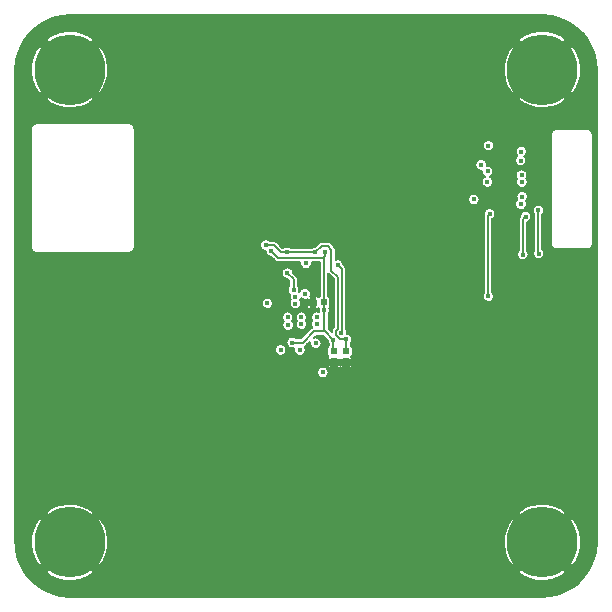
<source format=gtl>
G04 #@! TF.GenerationSoftware,KiCad,Pcbnew,5.1.5+dfsg1-2build2*
G04 #@! TF.CreationDate,2021-10-11T17:45:53+02:00*
G04 #@! TF.ProjectId,sensor_v1.0,73656e73-6f72-45f7-9631-2e302e6b6963,rev?*
G04 #@! TF.SameCoordinates,Original*
G04 #@! TF.FileFunction,Copper,L1,Top*
G04 #@! TF.FilePolarity,Positive*
%FSLAX46Y46*%
G04 Gerber Fmt 4.6, Leading zero omitted, Abs format (unit mm)*
G04 Created by KiCad (PCBNEW 5.1.5+dfsg1-2build2) date 2021-10-11 17:45:53*
%MOMM*%
%LPD*%
G04 APERTURE LIST*
%ADD10R,0.500000X0.600000*%
%ADD11R,0.600000X0.500000*%
%ADD12C,0.800000*%
%ADD13C,6.000000*%
%ADD14C,0.450000*%
%ADD15C,0.200000*%
%ADD16C,0.150000*%
%ADD17C,0.127000*%
G04 APERTURE END LIST*
D10*
X75580000Y-74700000D03*
X76520000Y-74700000D03*
D11*
X77350000Y-79770000D03*
X77350000Y-78830000D03*
X78400000Y-79770000D03*
X78400000Y-78830000D03*
D12*
X96590990Y-96590990D03*
X95000000Y-97250000D03*
X93409010Y-96590990D03*
X92750000Y-95000000D03*
X93409010Y-93409010D03*
X95000000Y-92750000D03*
X96590990Y-93409010D03*
X97250000Y-95000000D03*
D13*
X95000000Y-95000000D03*
D12*
X96590990Y-56590990D03*
X95000000Y-57250000D03*
X93409010Y-56590990D03*
X92750000Y-55000000D03*
X93409010Y-53409010D03*
X95000000Y-52750000D03*
X96590990Y-53409010D03*
X97250000Y-55000000D03*
D13*
X95000000Y-55000000D03*
D12*
X56590990Y-96590990D03*
X55000000Y-97250000D03*
X53409010Y-96590990D03*
X52750000Y-95000000D03*
X53409010Y-93409010D03*
X55000000Y-92750000D03*
X56590990Y-93409010D03*
X57250000Y-95000000D03*
D13*
X55000000Y-95000000D03*
D12*
X56590990Y-56590990D03*
X55000000Y-57250000D03*
X53409010Y-56590990D03*
X52750000Y-55000000D03*
X53409010Y-53409010D03*
X55000000Y-52750000D03*
X56590990Y-53409010D03*
X57250000Y-55000000D03*
D13*
X55000000Y-55000000D03*
D14*
X75650000Y-74025000D03*
X78502419Y-76881342D03*
X71400000Y-73200000D03*
X71450000Y-76800000D03*
X74200000Y-69250000D03*
X73400000Y-69250000D03*
X75800000Y-69275000D03*
X76600000Y-69275000D03*
X77700000Y-69425000D03*
X72600000Y-69250000D03*
X75350000Y-79650000D03*
X77350000Y-80550000D03*
X78400000Y-80550000D03*
X85600000Y-76200000D03*
X88000000Y-73800000D03*
X88400000Y-72000000D03*
X88400000Y-70400000D03*
X79100000Y-71200000D03*
X80700000Y-69500000D03*
X81000000Y-66100000D03*
X84700000Y-62300000D03*
X89700000Y-61100000D03*
X92200000Y-63150000D03*
X92250000Y-65150000D03*
X92250000Y-66400000D03*
X92750000Y-67500000D03*
X90300000Y-66500000D03*
X88400000Y-68400000D03*
X79700000Y-77700000D03*
X94700000Y-62400000D03*
X94700000Y-64200000D03*
X94700000Y-66000000D03*
X92400000Y-61300000D03*
X92200000Y-69000000D03*
X94000000Y-70200000D03*
X91600000Y-74700000D03*
X91025000Y-72200000D03*
X89900000Y-73300000D03*
X82500000Y-82400000D03*
X69800000Y-78200000D03*
X71500000Y-78200000D03*
X70900000Y-74900000D03*
X70500000Y-72600000D03*
X74150000Y-80400000D03*
X73900000Y-71700000D03*
X72000000Y-71500000D03*
X69500000Y-71900000D03*
X69000000Y-74000000D03*
X70700000Y-68000000D03*
X74300000Y-68000000D03*
X77900000Y-68000000D03*
X73700000Y-65000000D03*
X75800000Y-65000000D03*
X77200000Y-65000000D03*
X79400000Y-65000000D03*
X72300000Y-65000000D03*
X70000000Y-65000000D03*
X71700000Y-60600000D03*
X75300000Y-60600000D03*
X78900000Y-60600000D03*
X75400000Y-62600000D03*
X79000000Y-62600000D03*
X71800000Y-62600000D03*
X95300000Y-59500000D03*
X78900000Y-58900000D03*
X75300000Y-58900000D03*
X71700000Y-58900000D03*
X88200000Y-78200000D03*
X85950000Y-73325000D03*
X86700000Y-70025000D03*
X83975000Y-70675000D03*
X81700000Y-73175000D03*
X81125000Y-75450000D03*
X80100000Y-72350000D03*
X79250000Y-73150000D03*
X82200000Y-69250000D03*
X83100000Y-66125000D03*
X84750000Y-64450000D03*
X86725000Y-62625000D03*
X90425000Y-62350000D03*
X87875000Y-64700000D03*
X85950000Y-66650000D03*
X88325000Y-66250000D03*
X89875000Y-71750000D03*
X82050000Y-79875000D03*
X84800000Y-76925000D03*
X80875000Y-78675000D03*
X83750000Y-79475000D03*
X75925000Y-72975000D03*
X77274997Y-73571264D03*
X75249727Y-75954350D03*
X72220000Y-81220000D03*
X94850000Y-71340000D03*
X90920000Y-70440000D03*
X89720000Y-67860000D03*
X75825000Y-78150000D03*
X78000000Y-77275000D03*
X77700000Y-71550000D03*
X76425000Y-80625000D03*
X78425000Y-77825000D03*
X73400000Y-70455002D03*
X75800000Y-70455002D03*
X71600000Y-69850000D03*
X73430000Y-72220000D03*
X73949734Y-73634361D03*
X77325000Y-77900000D03*
X76600000Y-70455002D03*
X72041246Y-70326653D03*
X73825000Y-78100000D03*
X76549725Y-75374351D03*
X89200000Y-65975000D03*
X93300000Y-65750000D03*
X72850000Y-78725000D03*
X74100266Y-74794359D03*
X93350000Y-70650004D03*
X93600010Y-67424596D03*
X93225000Y-61925000D03*
X73450275Y-75954351D03*
X93275000Y-64500000D03*
X75899725Y-76534353D03*
X93250000Y-63925000D03*
X74599726Y-75954351D03*
X89825000Y-63050000D03*
X93175000Y-62700000D03*
X90350000Y-64500000D03*
X75899726Y-75954350D03*
X90432850Y-74182850D03*
X90550000Y-67200000D03*
X90450000Y-61425000D03*
X73480410Y-76608631D03*
X90375000Y-63600000D03*
X74599726Y-76534351D03*
X75000000Y-71400000D03*
X74910000Y-73970000D03*
X71725000Y-74775000D03*
X94675000Y-66900000D03*
X94700000Y-70575000D03*
X74100274Y-74214350D03*
X74475000Y-78725000D03*
X93200000Y-66375000D03*
D15*
X77350000Y-79770000D02*
X77350000Y-80550000D01*
X78400000Y-79770000D02*
X78400000Y-80550000D01*
X78025009Y-71875009D02*
X77924999Y-71774999D01*
X77924999Y-71774999D02*
X77700000Y-71550000D01*
X78025009Y-77249991D02*
X78025009Y-71875009D01*
X78000000Y-77275000D02*
X78025009Y-77249991D01*
X75800000Y-70455002D02*
X73400000Y-70455002D01*
X72250000Y-69850000D02*
X71600000Y-69850000D01*
X72855002Y-70455002D02*
X72250000Y-69850000D01*
X73400000Y-70455002D02*
X72855002Y-70455002D01*
X78425000Y-78805000D02*
X78400000Y-78830000D01*
X78425000Y-77825000D02*
X78425000Y-78805000D01*
X76330002Y-69925000D02*
X75800000Y-70455002D01*
X76850000Y-69925000D02*
X76330002Y-69925000D01*
X77150000Y-72000000D02*
X77150000Y-70225000D01*
X77700002Y-72550002D02*
X77150000Y-72000000D01*
X77525000Y-77100000D02*
X77700002Y-76924998D01*
X77150000Y-70225000D02*
X76850000Y-69925000D01*
X77525000Y-77475000D02*
X77525000Y-77100000D01*
X77875000Y-77825000D02*
X77525000Y-77475000D01*
X77700002Y-76924998D02*
X77700002Y-72550002D01*
X78425000Y-77825000D02*
X77875000Y-77825000D01*
X73949734Y-72739734D02*
X73949734Y-73634361D01*
X73430000Y-72220000D02*
X73949734Y-72739734D01*
X76600000Y-70773200D02*
X76473200Y-70900000D01*
X76600000Y-70455002D02*
X76600000Y-70773200D01*
X72614593Y-70900000D02*
X72041246Y-70326653D01*
X76473200Y-70900000D02*
X72614593Y-70900000D01*
X76520000Y-70946800D02*
X76473200Y-70900000D01*
X76520000Y-74700000D02*
X76520000Y-70946800D01*
X77325000Y-78805000D02*
X77350000Y-78830000D01*
X77325000Y-77900000D02*
X77325000Y-78805000D01*
X77325000Y-77900000D02*
X76568741Y-77143741D01*
X76568741Y-77143741D02*
X75706259Y-77143741D01*
X74750000Y-78100000D02*
X73825000Y-78100000D01*
X75706259Y-77143741D02*
X74750000Y-78100000D01*
X76520000Y-74700000D02*
X76520000Y-75344626D01*
X76520000Y-75344626D02*
X76549725Y-75374351D01*
X76568741Y-77143741D02*
X76549726Y-77124726D01*
X76549726Y-77124726D02*
X76549725Y-75692549D01*
X76549725Y-75692549D02*
X76549725Y-75374351D01*
D16*
X93350000Y-70650004D02*
X93350000Y-67674606D01*
X93375011Y-67649595D02*
X93600010Y-67424596D01*
X93350000Y-67674606D02*
X93375011Y-67649595D01*
X90432850Y-67317150D02*
X90550000Y-67200000D01*
X90432850Y-74182850D02*
X90432850Y-67317150D01*
X94675000Y-70550000D02*
X94700000Y-70575000D01*
X94675000Y-66900000D02*
X94675000Y-70550000D01*
D17*
G36*
X95816423Y-50462511D02*
G01*
X96607041Y-50678799D01*
X97346862Y-51031676D01*
X98012498Y-51509984D01*
X98582919Y-52098614D01*
X99040083Y-52778944D01*
X99369547Y-53529485D01*
X99561428Y-54328728D01*
X99611500Y-55010577D01*
X99611501Y-94987139D01*
X99537489Y-95816423D01*
X99321201Y-96607041D01*
X98968325Y-97346860D01*
X98490014Y-98012501D01*
X97901386Y-98582919D01*
X97221055Y-99040083D01*
X96470515Y-99369547D01*
X95671272Y-99561428D01*
X94989424Y-99611500D01*
X55012850Y-99611500D01*
X54183577Y-99537489D01*
X53392959Y-99321201D01*
X52653140Y-98968325D01*
X51987499Y-98490014D01*
X51417081Y-97901386D01*
X51145800Y-97497677D01*
X52978206Y-97497677D01*
X53354890Y-97836787D01*
X53939930Y-98103224D01*
X54565708Y-98250406D01*
X55208175Y-98272677D01*
X55842642Y-98169180D01*
X56444727Y-97943894D01*
X56645110Y-97836787D01*
X57021794Y-97497677D01*
X92978206Y-97497677D01*
X93354890Y-97836787D01*
X93939930Y-98103224D01*
X94565708Y-98250406D01*
X95208175Y-98272677D01*
X95842642Y-98169180D01*
X96444727Y-97943894D01*
X96645110Y-97836787D01*
X97021794Y-97497677D01*
X96705022Y-97180905D01*
X96705022Y-97180904D01*
X96590990Y-97066873D01*
X96063769Y-96539652D01*
X96001076Y-96476958D01*
X96001075Y-96476958D01*
X95000000Y-95475883D01*
X93998925Y-96476958D01*
X93998924Y-96476958D01*
X93936231Y-96539652D01*
X93409010Y-97066873D01*
X93294978Y-97180904D01*
X93294978Y-97180905D01*
X92978206Y-97497677D01*
X57021794Y-97497677D01*
X56705022Y-97180905D01*
X56705022Y-97180904D01*
X56590990Y-97066873D01*
X56063769Y-96539652D01*
X56001076Y-96476958D01*
X56001075Y-96476958D01*
X55000000Y-95475883D01*
X53998925Y-96476958D01*
X53998924Y-96476958D01*
X53936231Y-96539652D01*
X53409010Y-97066873D01*
X53294978Y-97180904D01*
X53294978Y-97180905D01*
X52978206Y-97497677D01*
X51145800Y-97497677D01*
X50959917Y-97221055D01*
X50630453Y-96470515D01*
X50438572Y-95671272D01*
X50404565Y-95208175D01*
X51727323Y-95208175D01*
X51830820Y-95842642D01*
X52056106Y-96444727D01*
X52163213Y-96645110D01*
X52502323Y-97021794D01*
X52819095Y-96705022D01*
X52819096Y-96705022D01*
X52933127Y-96590990D01*
X53409010Y-96115107D01*
X53523042Y-96001076D01*
X53523042Y-96001075D01*
X54524117Y-95000000D01*
X55475883Y-95000000D01*
X56476958Y-96001075D01*
X56476958Y-96001076D01*
X56590990Y-96115107D01*
X57066873Y-96590990D01*
X57180904Y-96705022D01*
X57180905Y-96705022D01*
X57497677Y-97021794D01*
X57836787Y-96645110D01*
X58103224Y-96060070D01*
X58250406Y-95434292D01*
X58258244Y-95208175D01*
X91727323Y-95208175D01*
X91830820Y-95842642D01*
X92056106Y-96444727D01*
X92163213Y-96645110D01*
X92502323Y-97021794D01*
X92819095Y-96705022D01*
X92819096Y-96705022D01*
X92933127Y-96590990D01*
X93409010Y-96115107D01*
X93523042Y-96001076D01*
X93523042Y-96001075D01*
X94524117Y-95000000D01*
X95475883Y-95000000D01*
X96476958Y-96001075D01*
X96476958Y-96001076D01*
X96590990Y-96115107D01*
X97066873Y-96590990D01*
X97180904Y-96705022D01*
X97180905Y-96705022D01*
X97497677Y-97021794D01*
X97836787Y-96645110D01*
X98103224Y-96060070D01*
X98250406Y-95434292D01*
X98272677Y-94791825D01*
X98169180Y-94157358D01*
X97943894Y-93555273D01*
X97836787Y-93354890D01*
X97497677Y-92978206D01*
X97180905Y-93294978D01*
X97180904Y-93294978D01*
X97120993Y-93354890D01*
X96590990Y-93884893D01*
X96476958Y-93998924D01*
X96476958Y-93998925D01*
X95475883Y-95000000D01*
X94524117Y-95000000D01*
X93523042Y-93998925D01*
X93523042Y-93998924D01*
X93409010Y-93884893D01*
X92879007Y-93354890D01*
X92819096Y-93294978D01*
X92819095Y-93294978D01*
X92502323Y-92978206D01*
X92163213Y-93354890D01*
X91896776Y-93939930D01*
X91749594Y-94565708D01*
X91727323Y-95208175D01*
X58258244Y-95208175D01*
X58272677Y-94791825D01*
X58169180Y-94157358D01*
X57943894Y-93555273D01*
X57836787Y-93354890D01*
X57497677Y-92978206D01*
X57180905Y-93294978D01*
X57180904Y-93294978D01*
X57120993Y-93354890D01*
X56590990Y-93884893D01*
X56476958Y-93998924D01*
X56476958Y-93998925D01*
X55475883Y-95000000D01*
X54524117Y-95000000D01*
X53523042Y-93998925D01*
X53523042Y-93998924D01*
X53409010Y-93884893D01*
X52879007Y-93354890D01*
X52819096Y-93294978D01*
X52819095Y-93294978D01*
X52502323Y-92978206D01*
X52163213Y-93354890D01*
X51896776Y-93939930D01*
X51749594Y-94565708D01*
X51727323Y-95208175D01*
X50404565Y-95208175D01*
X50388500Y-94989424D01*
X50388500Y-92502323D01*
X52978206Y-92502323D01*
X53294978Y-92819095D01*
X53294978Y-92819096D01*
X53409010Y-92933127D01*
X53884893Y-93409010D01*
X53998924Y-93523042D01*
X53998925Y-93523042D01*
X55000000Y-94524117D01*
X56001075Y-93523042D01*
X56001076Y-93523042D01*
X56115107Y-93409010D01*
X56590990Y-92933127D01*
X56705022Y-92819096D01*
X56705022Y-92819095D01*
X57021794Y-92502323D01*
X92978206Y-92502323D01*
X93294978Y-92819095D01*
X93294978Y-92819096D01*
X93409010Y-92933127D01*
X93884893Y-93409010D01*
X93998924Y-93523042D01*
X93998925Y-93523042D01*
X95000000Y-94524117D01*
X96001075Y-93523042D01*
X96001076Y-93523042D01*
X96115107Y-93409010D01*
X96590990Y-92933127D01*
X96705022Y-92819096D01*
X96705022Y-92819095D01*
X97021794Y-92502323D01*
X96645110Y-92163213D01*
X96060070Y-91896776D01*
X95434292Y-91749594D01*
X94791825Y-91727323D01*
X94157358Y-91830820D01*
X93555273Y-92056106D01*
X93354890Y-92163213D01*
X92978206Y-92502323D01*
X57021794Y-92502323D01*
X56645110Y-92163213D01*
X56060070Y-91896776D01*
X55434292Y-91749594D01*
X54791825Y-91727323D01*
X54157358Y-91830820D01*
X53555273Y-92056106D01*
X53354890Y-92163213D01*
X52978206Y-92502323D01*
X50388500Y-92502323D01*
X50388500Y-80576887D01*
X75936500Y-80576887D01*
X75936500Y-80673113D01*
X75955272Y-80767490D01*
X75992097Y-80856392D01*
X76045557Y-80936401D01*
X76113599Y-81004443D01*
X76193608Y-81057903D01*
X76282510Y-81094728D01*
X76376887Y-81113500D01*
X76473113Y-81113500D01*
X76567490Y-81094728D01*
X76656392Y-81057903D01*
X76736401Y-81004443D01*
X76804443Y-80936401D01*
X76857903Y-80856392D01*
X76894728Y-80767490D01*
X76913500Y-80673113D01*
X76913500Y-80576887D01*
X76894728Y-80482510D01*
X76857903Y-80393608D01*
X76804443Y-80313599D01*
X76736401Y-80245557D01*
X76656392Y-80192097D01*
X76567490Y-80155272D01*
X76473113Y-80136500D01*
X76376887Y-80136500D01*
X76282510Y-80155272D01*
X76193608Y-80192097D01*
X76113599Y-80245557D01*
X76045557Y-80313599D01*
X75992097Y-80393608D01*
X75955272Y-80482510D01*
X75936500Y-80576887D01*
X50388500Y-80576887D01*
X50388500Y-80022375D01*
X76786500Y-80022375D01*
X76790456Y-80072369D01*
X76805659Y-80121997D01*
X76830253Y-80167706D01*
X76863291Y-80207738D01*
X76903505Y-80240556D01*
X76949348Y-80264898D01*
X76999059Y-80279829D01*
X77047625Y-80283500D01*
X77113500Y-80217625D01*
X77113500Y-79956500D01*
X77586500Y-79956500D01*
X77586500Y-80217625D01*
X77652375Y-80283500D01*
X77700941Y-80279829D01*
X77750652Y-80264898D01*
X77796495Y-80240556D01*
X77836709Y-80207738D01*
X77869747Y-80167706D01*
X77875000Y-80157943D01*
X77880253Y-80167706D01*
X77913291Y-80207738D01*
X77953505Y-80240556D01*
X77999348Y-80264898D01*
X78049059Y-80279829D01*
X78097625Y-80283500D01*
X78163500Y-80217625D01*
X78163500Y-79956500D01*
X78636500Y-79956500D01*
X78636500Y-80217625D01*
X78702375Y-80283500D01*
X78750941Y-80279829D01*
X78800652Y-80264898D01*
X78846495Y-80240556D01*
X78886709Y-80207738D01*
X78919747Y-80167706D01*
X78944341Y-80121997D01*
X78959544Y-80072369D01*
X78963500Y-80022375D01*
X78897625Y-79956500D01*
X78636500Y-79956500D01*
X78163500Y-79956500D01*
X77902375Y-79956500D01*
X77875000Y-79983875D01*
X77847625Y-79956500D01*
X77586500Y-79956500D01*
X77113500Y-79956500D01*
X76852375Y-79956500D01*
X76786500Y-80022375D01*
X50388500Y-80022375D01*
X50388500Y-78676887D01*
X72361500Y-78676887D01*
X72361500Y-78773113D01*
X72380272Y-78867490D01*
X72417097Y-78956392D01*
X72470557Y-79036401D01*
X72538599Y-79104443D01*
X72618608Y-79157903D01*
X72707510Y-79194728D01*
X72801887Y-79213500D01*
X72898113Y-79213500D01*
X72992490Y-79194728D01*
X73081392Y-79157903D01*
X73161401Y-79104443D01*
X73229443Y-79036401D01*
X73282903Y-78956392D01*
X73319728Y-78867490D01*
X73338500Y-78773113D01*
X73338500Y-78676887D01*
X73319728Y-78582510D01*
X73282903Y-78493608D01*
X73229443Y-78413599D01*
X73161401Y-78345557D01*
X73081392Y-78292097D01*
X72992490Y-78255272D01*
X72898113Y-78236500D01*
X72801887Y-78236500D01*
X72707510Y-78255272D01*
X72618608Y-78292097D01*
X72538599Y-78345557D01*
X72470557Y-78413599D01*
X72417097Y-78493608D01*
X72380272Y-78582510D01*
X72361500Y-78676887D01*
X50388500Y-78676887D01*
X50388500Y-75906238D01*
X72961775Y-75906238D01*
X72961775Y-76002464D01*
X72980547Y-76096841D01*
X73017372Y-76185743D01*
X73070832Y-76265752D01*
X73101639Y-76296559D01*
X73100967Y-76297230D01*
X73047507Y-76377239D01*
X73010682Y-76466141D01*
X72991910Y-76560518D01*
X72991910Y-76656744D01*
X73010682Y-76751121D01*
X73047507Y-76840023D01*
X73100967Y-76920032D01*
X73169009Y-76988074D01*
X73249018Y-77041534D01*
X73337920Y-77078359D01*
X73432297Y-77097131D01*
X73528523Y-77097131D01*
X73622900Y-77078359D01*
X73711802Y-77041534D01*
X73791811Y-76988074D01*
X73859853Y-76920032D01*
X73913313Y-76840023D01*
X73950138Y-76751121D01*
X73968910Y-76656744D01*
X73968910Y-76560518D01*
X73950138Y-76466141D01*
X73913313Y-76377239D01*
X73859853Y-76297230D01*
X73829047Y-76266424D01*
X73829718Y-76265752D01*
X73883178Y-76185743D01*
X73920003Y-76096841D01*
X73938775Y-76002464D01*
X73938775Y-75906238D01*
X74111226Y-75906238D01*
X74111226Y-76002464D01*
X74129998Y-76096841D01*
X74166823Y-76185743D01*
X74205983Y-76244351D01*
X74166823Y-76302959D01*
X74129998Y-76391861D01*
X74111226Y-76486238D01*
X74111226Y-76582464D01*
X74129998Y-76676841D01*
X74166823Y-76765743D01*
X74220283Y-76845752D01*
X74288325Y-76913794D01*
X74368334Y-76967254D01*
X74457236Y-77004079D01*
X74551613Y-77022851D01*
X74647839Y-77022851D01*
X74742216Y-77004079D01*
X74831118Y-76967254D01*
X74911127Y-76913794D01*
X74979169Y-76845752D01*
X75032629Y-76765743D01*
X75069454Y-76676841D01*
X75088226Y-76582464D01*
X75088226Y-76486238D01*
X75069454Y-76391861D01*
X75032629Y-76302959D01*
X74993469Y-76244351D01*
X75032629Y-76185743D01*
X75069454Y-76096841D01*
X75088226Y-76002464D01*
X75088226Y-75906238D01*
X75069454Y-75811861D01*
X75032629Y-75722959D01*
X74979169Y-75642950D01*
X74911127Y-75574908D01*
X74831118Y-75521448D01*
X74742216Y-75484623D01*
X74647839Y-75465851D01*
X74551613Y-75465851D01*
X74457236Y-75484623D01*
X74368334Y-75521448D01*
X74288325Y-75574908D01*
X74220283Y-75642950D01*
X74166823Y-75722959D01*
X74129998Y-75811861D01*
X74111226Y-75906238D01*
X73938775Y-75906238D01*
X73920003Y-75811861D01*
X73883178Y-75722959D01*
X73829718Y-75642950D01*
X73761676Y-75574908D01*
X73681667Y-75521448D01*
X73592765Y-75484623D01*
X73498388Y-75465851D01*
X73402162Y-75465851D01*
X73307785Y-75484623D01*
X73218883Y-75521448D01*
X73138874Y-75574908D01*
X73070832Y-75642950D01*
X73017372Y-75722959D01*
X72980547Y-75811861D01*
X72961775Y-75906238D01*
X50388500Y-75906238D01*
X50388500Y-74726887D01*
X71236500Y-74726887D01*
X71236500Y-74823113D01*
X71255272Y-74917490D01*
X71292097Y-75006392D01*
X71345557Y-75086401D01*
X71413599Y-75154443D01*
X71493608Y-75207903D01*
X71582510Y-75244728D01*
X71676887Y-75263500D01*
X71773113Y-75263500D01*
X71867490Y-75244728D01*
X71956392Y-75207903D01*
X72036401Y-75154443D01*
X72104443Y-75086401D01*
X72157903Y-75006392D01*
X72194728Y-74917490D01*
X72213500Y-74823113D01*
X72213500Y-74726887D01*
X72194728Y-74632510D01*
X72157903Y-74543608D01*
X72104443Y-74463599D01*
X72036401Y-74395557D01*
X71956392Y-74342097D01*
X71867490Y-74305272D01*
X71773113Y-74286500D01*
X71676887Y-74286500D01*
X71582510Y-74305272D01*
X71493608Y-74342097D01*
X71413599Y-74395557D01*
X71345557Y-74463599D01*
X71292097Y-74543608D01*
X71255272Y-74632510D01*
X71236500Y-74726887D01*
X50388500Y-74726887D01*
X50388500Y-72171887D01*
X72941500Y-72171887D01*
X72941500Y-72268113D01*
X72960272Y-72362490D01*
X72997097Y-72451392D01*
X73050557Y-72531401D01*
X73118599Y-72599443D01*
X73198608Y-72652903D01*
X73287510Y-72689728D01*
X73381887Y-72708500D01*
X73404434Y-72708500D01*
X73586234Y-72890301D01*
X73586235Y-73307016D01*
X73570291Y-73322960D01*
X73516831Y-73402969D01*
X73480006Y-73491871D01*
X73461234Y-73586248D01*
X73461234Y-73682474D01*
X73480006Y-73776851D01*
X73516831Y-73865753D01*
X73570291Y-73945762D01*
X73638333Y-74013804D01*
X73651069Y-74022314D01*
X73630546Y-74071860D01*
X73611774Y-74166237D01*
X73611774Y-74262463D01*
X73630546Y-74356840D01*
X73667371Y-74445742D01*
X73706530Y-74504349D01*
X73667363Y-74562967D01*
X73630538Y-74651869D01*
X73611766Y-74746246D01*
X73611766Y-74842472D01*
X73630538Y-74936849D01*
X73667363Y-75025751D01*
X73720823Y-75105760D01*
X73788865Y-75173802D01*
X73868874Y-75227262D01*
X73957776Y-75264087D01*
X74052153Y-75282859D01*
X74148379Y-75282859D01*
X74242756Y-75264087D01*
X74331658Y-75227262D01*
X74411667Y-75173802D01*
X74479709Y-75105760D01*
X74533169Y-75025751D01*
X74542851Y-75002375D01*
X75066500Y-75002375D01*
X75070171Y-75050941D01*
X75085102Y-75100652D01*
X75109444Y-75146495D01*
X75142262Y-75186709D01*
X75182294Y-75219747D01*
X75228003Y-75244341D01*
X75277631Y-75259544D01*
X75327625Y-75263500D01*
X75393500Y-75197625D01*
X75393500Y-74936500D01*
X75132375Y-74936500D01*
X75066500Y-75002375D01*
X74542851Y-75002375D01*
X74569994Y-74936849D01*
X74588766Y-74842472D01*
X74588766Y-74746246D01*
X74569994Y-74651869D01*
X74533169Y-74562967D01*
X74494010Y-74504360D01*
X74533177Y-74445742D01*
X74570002Y-74356840D01*
X74575974Y-74326818D01*
X74598599Y-74349443D01*
X74678608Y-74402903D01*
X74767510Y-74439728D01*
X74861887Y-74458500D01*
X74958113Y-74458500D01*
X75052490Y-74439728D01*
X75092168Y-74423293D01*
X75132375Y-74463500D01*
X75393500Y-74463500D01*
X75393500Y-74202375D01*
X75357435Y-74166310D01*
X75379728Y-74112490D01*
X75398500Y-74018113D01*
X75398500Y-73921887D01*
X75379728Y-73827510D01*
X75342903Y-73738608D01*
X75289443Y-73658599D01*
X75221401Y-73590557D01*
X75141392Y-73537097D01*
X75052490Y-73500272D01*
X74958113Y-73481500D01*
X74861887Y-73481500D01*
X74767510Y-73500272D01*
X74678608Y-73537097D01*
X74598599Y-73590557D01*
X74530557Y-73658599D01*
X74477097Y-73738608D01*
X74440272Y-73827510D01*
X74434300Y-73857532D01*
X74411675Y-73834907D01*
X74398939Y-73826397D01*
X74419462Y-73776851D01*
X74438234Y-73682474D01*
X74438234Y-73586248D01*
X74419462Y-73491871D01*
X74382637Y-73402969D01*
X74329177Y-73322960D01*
X74313234Y-73307017D01*
X74313234Y-72757574D01*
X74314991Y-72739734D01*
X74313234Y-72721894D01*
X74313234Y-72721884D01*
X74307974Y-72668476D01*
X74287188Y-72599956D01*
X74253436Y-72536809D01*
X74253435Y-72536807D01*
X74219389Y-72495322D01*
X74219379Y-72495312D01*
X74208009Y-72481458D01*
X74194156Y-72470089D01*
X73918500Y-72194434D01*
X73918500Y-72171887D01*
X73899728Y-72077510D01*
X73862903Y-71988608D01*
X73809443Y-71908599D01*
X73741401Y-71840557D01*
X73661392Y-71787097D01*
X73572490Y-71750272D01*
X73478113Y-71731500D01*
X73381887Y-71731500D01*
X73287510Y-71750272D01*
X73198608Y-71787097D01*
X73118599Y-71840557D01*
X73050557Y-71908599D01*
X72997097Y-71988608D01*
X72960272Y-72077510D01*
X72941500Y-72171887D01*
X50388500Y-72171887D01*
X50388500Y-59985837D01*
X51711500Y-59985837D01*
X51711501Y-70014164D01*
X51712701Y-70026352D01*
X51712693Y-70027543D01*
X51713086Y-70031552D01*
X51715110Y-70050814D01*
X51715676Y-70056556D01*
X51715734Y-70056748D01*
X51717166Y-70070371D01*
X51722424Y-70095986D01*
X51727323Y-70121669D01*
X51728487Y-70125521D01*
X51728488Y-70125527D01*
X51728490Y-70125533D01*
X51740030Y-70162813D01*
X51750161Y-70186914D01*
X51759959Y-70211164D01*
X51761842Y-70214706D01*
X51761848Y-70214719D01*
X51761855Y-70214730D01*
X51780415Y-70249056D01*
X51795050Y-70270754D01*
X51809354Y-70292612D01*
X51811896Y-70295729D01*
X51811900Y-70295735D01*
X51811905Y-70295740D01*
X51836781Y-70325810D01*
X51855305Y-70344205D01*
X51873628Y-70362916D01*
X51876732Y-70365483D01*
X51906980Y-70390153D01*
X51928763Y-70404626D01*
X51950341Y-70419400D01*
X51953884Y-70421316D01*
X51988349Y-70439640D01*
X52012516Y-70449601D01*
X52036551Y-70459902D01*
X52040396Y-70461092D01*
X52040406Y-70461096D01*
X52040415Y-70461098D01*
X52077766Y-70472375D01*
X52103375Y-70477446D01*
X52128993Y-70482891D01*
X52132999Y-70483312D01*
X52169324Y-70486874D01*
X52185836Y-70488500D01*
X60014164Y-70488500D01*
X60026361Y-70487299D01*
X60027543Y-70487307D01*
X60031552Y-70486914D01*
X60050663Y-70484905D01*
X60056556Y-70484325D01*
X60056753Y-70484265D01*
X60070371Y-70482834D01*
X60095986Y-70477576D01*
X60121669Y-70472677D01*
X60125521Y-70471513D01*
X60125527Y-70471512D01*
X60125533Y-70471510D01*
X60162813Y-70459970D01*
X60186953Y-70449823D01*
X60211164Y-70440041D01*
X60214706Y-70438158D01*
X60214719Y-70438152D01*
X60214730Y-70438145D01*
X60249056Y-70419585D01*
X60270754Y-70404950D01*
X60292612Y-70390646D01*
X60295729Y-70388104D01*
X60295735Y-70388100D01*
X60295740Y-70388095D01*
X60325810Y-70363219D01*
X60344205Y-70344695D01*
X60362916Y-70326372D01*
X60365483Y-70323268D01*
X60365487Y-70323264D01*
X60390153Y-70293020D01*
X60404626Y-70271237D01*
X60419400Y-70249659D01*
X60421316Y-70246116D01*
X60439640Y-70211651D01*
X60449601Y-70187484D01*
X60459902Y-70163449D01*
X60461093Y-70159601D01*
X60461094Y-70159598D01*
X60461096Y-70159594D01*
X60461098Y-70159585D01*
X60472375Y-70122234D01*
X60477446Y-70096625D01*
X60482891Y-70071007D01*
X60483312Y-70067001D01*
X60486903Y-70030381D01*
X60488500Y-70014164D01*
X60488500Y-69801887D01*
X71111500Y-69801887D01*
X71111500Y-69898113D01*
X71130272Y-69992490D01*
X71167097Y-70081392D01*
X71220557Y-70161401D01*
X71288599Y-70229443D01*
X71368608Y-70282903D01*
X71457510Y-70319728D01*
X71551887Y-70338500D01*
X71552746Y-70338500D01*
X71552746Y-70374766D01*
X71571518Y-70469143D01*
X71608343Y-70558045D01*
X71661803Y-70638054D01*
X71729845Y-70706096D01*
X71809854Y-70759556D01*
X71898756Y-70796381D01*
X71993133Y-70815153D01*
X72015680Y-70815153D01*
X72344943Y-71144417D01*
X72356317Y-71158276D01*
X72370175Y-71169649D01*
X72370181Y-71169655D01*
X72397118Y-71191761D01*
X72411667Y-71203701D01*
X72474815Y-71237454D01*
X72543335Y-71258240D01*
X72596743Y-71263500D01*
X72596752Y-71263500D01*
X72614592Y-71265257D01*
X72632432Y-71263500D01*
X74529081Y-71263500D01*
X74511500Y-71351887D01*
X74511500Y-71448113D01*
X74530272Y-71542490D01*
X74567097Y-71631392D01*
X74620557Y-71711401D01*
X74688599Y-71779443D01*
X74768608Y-71832903D01*
X74857510Y-71869728D01*
X74951887Y-71888500D01*
X75048113Y-71888500D01*
X75142490Y-71869728D01*
X75231392Y-71832903D01*
X75311401Y-71779443D01*
X75379443Y-71711401D01*
X75432903Y-71631392D01*
X75469728Y-71542490D01*
X75488500Y-71448113D01*
X75488500Y-71351887D01*
X75470919Y-71263500D01*
X76156501Y-71263500D01*
X76156500Y-74161888D01*
X76122899Y-74179848D01*
X76082777Y-74212777D01*
X76049955Y-74252769D01*
X76017738Y-74213291D01*
X75977706Y-74180253D01*
X75931997Y-74155659D01*
X75882369Y-74140456D01*
X75832375Y-74136500D01*
X75766500Y-74202375D01*
X75766500Y-74463500D01*
X75830000Y-74463500D01*
X75830000Y-74936500D01*
X75766500Y-74936500D01*
X75766500Y-75197625D01*
X75832375Y-75263500D01*
X75882369Y-75259544D01*
X75931997Y-75244341D01*
X75977706Y-75219747D01*
X76017738Y-75186709D01*
X76049955Y-75147231D01*
X76082777Y-75187223D01*
X76094501Y-75196845D01*
X76079997Y-75231861D01*
X76061225Y-75326238D01*
X76061225Y-75422464D01*
X76076405Y-75498784D01*
X76042216Y-75484622D01*
X75947839Y-75465850D01*
X75851613Y-75465850D01*
X75757236Y-75484622D01*
X75668334Y-75521447D01*
X75588325Y-75574907D01*
X75520283Y-75642949D01*
X75466823Y-75722958D01*
X75429998Y-75811860D01*
X75411226Y-75906237D01*
X75411226Y-76002463D01*
X75429998Y-76096840D01*
X75466823Y-76185742D01*
X75505984Y-76244351D01*
X75466822Y-76302961D01*
X75429997Y-76391863D01*
X75411225Y-76486240D01*
X75411225Y-76582466D01*
X75429997Y-76676843D01*
X75466822Y-76765745D01*
X75513009Y-76834868D01*
X75503331Y-76840041D01*
X75461848Y-76874086D01*
X75447983Y-76885465D01*
X75436605Y-76899329D01*
X74599434Y-77736500D01*
X74152344Y-77736500D01*
X74136401Y-77720557D01*
X74056392Y-77667097D01*
X73967490Y-77630272D01*
X73873113Y-77611500D01*
X73776887Y-77611500D01*
X73682510Y-77630272D01*
X73593608Y-77667097D01*
X73513599Y-77720557D01*
X73445557Y-77788599D01*
X73392097Y-77868608D01*
X73355272Y-77957510D01*
X73336500Y-78051887D01*
X73336500Y-78148113D01*
X73355272Y-78242490D01*
X73392097Y-78331392D01*
X73445557Y-78411401D01*
X73513599Y-78479443D01*
X73593608Y-78532903D01*
X73682510Y-78569728D01*
X73776887Y-78588500D01*
X73873113Y-78588500D01*
X73967490Y-78569728D01*
X74019488Y-78548189D01*
X74005272Y-78582510D01*
X73986500Y-78676887D01*
X73986500Y-78773113D01*
X74005272Y-78867490D01*
X74042097Y-78956392D01*
X74095557Y-79036401D01*
X74163599Y-79104443D01*
X74243608Y-79157903D01*
X74332510Y-79194728D01*
X74426887Y-79213500D01*
X74523113Y-79213500D01*
X74617490Y-79194728D01*
X74706392Y-79157903D01*
X74786401Y-79104443D01*
X74854443Y-79036401D01*
X74907903Y-78956392D01*
X74944728Y-78867490D01*
X74963500Y-78773113D01*
X74963500Y-78676887D01*
X74944728Y-78582510D01*
X74907903Y-78493608D01*
X74873651Y-78442346D01*
X74889778Y-78437454D01*
X74952926Y-78403701D01*
X75008276Y-78358276D01*
X75019654Y-78344412D01*
X75354953Y-78009113D01*
X75336500Y-78101887D01*
X75336500Y-78198113D01*
X75355272Y-78292490D01*
X75392097Y-78381392D01*
X75445557Y-78461401D01*
X75513599Y-78529443D01*
X75593608Y-78582903D01*
X75682510Y-78619728D01*
X75776887Y-78638500D01*
X75873113Y-78638500D01*
X75967490Y-78619728D01*
X76056392Y-78582903D01*
X76136401Y-78529443D01*
X76204443Y-78461401D01*
X76257903Y-78381392D01*
X76294728Y-78292490D01*
X76313500Y-78198113D01*
X76313500Y-78101887D01*
X76294728Y-78007510D01*
X76257903Y-77918608D01*
X76204443Y-77838599D01*
X76136401Y-77770557D01*
X76056392Y-77717097D01*
X75967490Y-77680272D01*
X75873113Y-77661500D01*
X75776887Y-77661500D01*
X75684113Y-77679953D01*
X75856825Y-77507241D01*
X76418175Y-77507241D01*
X76836500Y-77925567D01*
X76836500Y-77948113D01*
X76855272Y-78042490D01*
X76892097Y-78131392D01*
X76945557Y-78211401D01*
X76961500Y-78227344D01*
X76961500Y-78331490D01*
X76948675Y-78335381D01*
X76902899Y-78359848D01*
X76862777Y-78392777D01*
X76829848Y-78432899D01*
X76805381Y-78478675D01*
X76790314Y-78528345D01*
X76785226Y-78580000D01*
X76785226Y-79080000D01*
X76790314Y-79131655D01*
X76805381Y-79181325D01*
X76829848Y-79227101D01*
X76862777Y-79267223D01*
X76902769Y-79300045D01*
X76863291Y-79332262D01*
X76830253Y-79372294D01*
X76805659Y-79418003D01*
X76790456Y-79467631D01*
X76786500Y-79517625D01*
X76852375Y-79583500D01*
X77113500Y-79583500D01*
X77113500Y-79520000D01*
X77586500Y-79520000D01*
X77586500Y-79583500D01*
X77847625Y-79583500D01*
X77875000Y-79556125D01*
X77902375Y-79583500D01*
X78163500Y-79583500D01*
X78163500Y-79520000D01*
X78636500Y-79520000D01*
X78636500Y-79583500D01*
X78897625Y-79583500D01*
X78963500Y-79517625D01*
X78959544Y-79467631D01*
X78944341Y-79418003D01*
X78919747Y-79372294D01*
X78886709Y-79332262D01*
X78847231Y-79300045D01*
X78887223Y-79267223D01*
X78920152Y-79227101D01*
X78944619Y-79181325D01*
X78959686Y-79131655D01*
X78964774Y-79080000D01*
X78964774Y-78580000D01*
X78959686Y-78528345D01*
X78944619Y-78478675D01*
X78920152Y-78432899D01*
X78887223Y-78392777D01*
X78847101Y-78359848D01*
X78801325Y-78335381D01*
X78788500Y-78331491D01*
X78788500Y-78152344D01*
X78804443Y-78136401D01*
X78857903Y-78056392D01*
X78894728Y-77967490D01*
X78913500Y-77873113D01*
X78913500Y-77776887D01*
X78894728Y-77682510D01*
X78857903Y-77593608D01*
X78804443Y-77513599D01*
X78736401Y-77445557D01*
X78656392Y-77392097D01*
X78567490Y-77355272D01*
X78485353Y-77338935D01*
X78488500Y-77323113D01*
X78488500Y-77226887D01*
X78469728Y-77132510D01*
X78432903Y-77043608D01*
X78388509Y-76977167D01*
X78388509Y-74134737D01*
X89944350Y-74134737D01*
X89944350Y-74230963D01*
X89963122Y-74325340D01*
X89999947Y-74414242D01*
X90053407Y-74494251D01*
X90121449Y-74562293D01*
X90201458Y-74615753D01*
X90290360Y-74652578D01*
X90384737Y-74671350D01*
X90480963Y-74671350D01*
X90575340Y-74652578D01*
X90664242Y-74615753D01*
X90744251Y-74562293D01*
X90812293Y-74494251D01*
X90865753Y-74414242D01*
X90902578Y-74325340D01*
X90921350Y-74230963D01*
X90921350Y-74134737D01*
X90902578Y-74040360D01*
X90865753Y-73951458D01*
X90812293Y-73871449D01*
X90771350Y-73830506D01*
X90771350Y-70601891D01*
X92861500Y-70601891D01*
X92861500Y-70698117D01*
X92880272Y-70792494D01*
X92917097Y-70881396D01*
X92970557Y-70961405D01*
X93038599Y-71029447D01*
X93118608Y-71082907D01*
X93207510Y-71119732D01*
X93301887Y-71138504D01*
X93398113Y-71138504D01*
X93492490Y-71119732D01*
X93581392Y-71082907D01*
X93661401Y-71029447D01*
X93729443Y-70961405D01*
X93782903Y-70881396D01*
X93819728Y-70792494D01*
X93838500Y-70698117D01*
X93838500Y-70601891D01*
X93819728Y-70507514D01*
X93782903Y-70418612D01*
X93729443Y-70338603D01*
X93688500Y-70297660D01*
X93688500Y-67905065D01*
X93742500Y-67894324D01*
X93831402Y-67857499D01*
X93911411Y-67804039D01*
X93979453Y-67735997D01*
X94032913Y-67655988D01*
X94069738Y-67567086D01*
X94088510Y-67472709D01*
X94088510Y-67376483D01*
X94069738Y-67282106D01*
X94032913Y-67193204D01*
X93979453Y-67113195D01*
X93911411Y-67045153D01*
X93831402Y-66991693D01*
X93742500Y-66954868D01*
X93648123Y-66936096D01*
X93551897Y-66936096D01*
X93457520Y-66954868D01*
X93368618Y-66991693D01*
X93288609Y-67045153D01*
X93220567Y-67113195D01*
X93167107Y-67193204D01*
X93130282Y-67282106D01*
X93111510Y-67376483D01*
X93111510Y-67432434D01*
X93109488Y-67434093D01*
X93098893Y-67447003D01*
X93067187Y-67485636D01*
X93035754Y-67544442D01*
X93016399Y-67608249D01*
X93009864Y-67674606D01*
X93011501Y-67691228D01*
X93011500Y-70297660D01*
X92970557Y-70338603D01*
X92917097Y-70418612D01*
X92880272Y-70507514D01*
X92861500Y-70601891D01*
X90771350Y-70601891D01*
X90771350Y-67637063D01*
X90781392Y-67632903D01*
X90861401Y-67579443D01*
X90929443Y-67511401D01*
X90982903Y-67431392D01*
X91019728Y-67342490D01*
X91038500Y-67248113D01*
X91038500Y-67151887D01*
X91019728Y-67057510D01*
X90982903Y-66968608D01*
X90929443Y-66888599D01*
X90861401Y-66820557D01*
X90781392Y-66767097D01*
X90692490Y-66730272D01*
X90598113Y-66711500D01*
X90501887Y-66711500D01*
X90407510Y-66730272D01*
X90318608Y-66767097D01*
X90238599Y-66820557D01*
X90170557Y-66888599D01*
X90117097Y-66968608D01*
X90080272Y-67057510D01*
X90061500Y-67151887D01*
X90061500Y-67248113D01*
X90080272Y-67342490D01*
X90094351Y-67376479D01*
X90094350Y-73830506D01*
X90053407Y-73871449D01*
X89999947Y-73951458D01*
X89963122Y-74040360D01*
X89944350Y-74134737D01*
X78388509Y-74134737D01*
X78388509Y-71892848D01*
X78390266Y-71875008D01*
X78388509Y-71857168D01*
X78388509Y-71857159D01*
X78383249Y-71803751D01*
X78362463Y-71735231D01*
X78328710Y-71672083D01*
X78283285Y-71616733D01*
X78269417Y-71605351D01*
X78188500Y-71524434D01*
X78188500Y-71501887D01*
X78169728Y-71407510D01*
X78132903Y-71318608D01*
X78079443Y-71238599D01*
X78011401Y-71170557D01*
X77931392Y-71117097D01*
X77842490Y-71080272D01*
X77748113Y-71061500D01*
X77651887Y-71061500D01*
X77557510Y-71080272D01*
X77513500Y-71098502D01*
X77513500Y-70242839D01*
X77515257Y-70224999D01*
X77513500Y-70207159D01*
X77513500Y-70207150D01*
X77508240Y-70153742D01*
X77487454Y-70085222D01*
X77453701Y-70022074D01*
X77444361Y-70010693D01*
X77419655Y-69980588D01*
X77419649Y-69980582D01*
X77408276Y-69966724D01*
X77394417Y-69955350D01*
X77119654Y-69680588D01*
X77108276Y-69666724D01*
X77093879Y-69654908D01*
X77082511Y-69645579D01*
X77052926Y-69621299D01*
X76989778Y-69587546D01*
X76921258Y-69566760D01*
X76867850Y-69561500D01*
X76867840Y-69561500D01*
X76850000Y-69559743D01*
X76832160Y-69561500D01*
X76347841Y-69561500D01*
X76330001Y-69559743D01*
X76312161Y-69561500D01*
X76312152Y-69561500D01*
X76258744Y-69566760D01*
X76190224Y-69587546D01*
X76127076Y-69621299D01*
X76120777Y-69626469D01*
X76085590Y-69655345D01*
X76085584Y-69655351D01*
X76071726Y-69666724D01*
X76060352Y-69680583D01*
X75774434Y-69966502D01*
X75751887Y-69966502D01*
X75657510Y-69985274D01*
X75568608Y-70022099D01*
X75488599Y-70075559D01*
X75472656Y-70091502D01*
X73727344Y-70091502D01*
X73711401Y-70075559D01*
X73631392Y-70022099D01*
X73542490Y-69985274D01*
X73448113Y-69966502D01*
X73351887Y-69966502D01*
X73257510Y-69985274D01*
X73168608Y-70022099D01*
X73088599Y-70075559D01*
X73072656Y-70091502D01*
X73005569Y-70091502D01*
X72519654Y-69605588D01*
X72508276Y-69591724D01*
X72452926Y-69546299D01*
X72389778Y-69512546D01*
X72321258Y-69491760D01*
X72267850Y-69486500D01*
X72267840Y-69486500D01*
X72250000Y-69484743D01*
X72232160Y-69486500D01*
X71927344Y-69486500D01*
X71911401Y-69470557D01*
X71831392Y-69417097D01*
X71742490Y-69380272D01*
X71648113Y-69361500D01*
X71551887Y-69361500D01*
X71457510Y-69380272D01*
X71368608Y-69417097D01*
X71288599Y-69470557D01*
X71220557Y-69538599D01*
X71167097Y-69618608D01*
X71130272Y-69707510D01*
X71111500Y-69801887D01*
X60488500Y-69801887D01*
X60488500Y-65926887D01*
X88711500Y-65926887D01*
X88711500Y-66023113D01*
X88730272Y-66117490D01*
X88767097Y-66206392D01*
X88820557Y-66286401D01*
X88888599Y-66354443D01*
X88968608Y-66407903D01*
X89057510Y-66444728D01*
X89151887Y-66463500D01*
X89248113Y-66463500D01*
X89342490Y-66444728D01*
X89431392Y-66407903D01*
X89511401Y-66354443D01*
X89538957Y-66326887D01*
X92711500Y-66326887D01*
X92711500Y-66423113D01*
X92730272Y-66517490D01*
X92767097Y-66606392D01*
X92820557Y-66686401D01*
X92888599Y-66754443D01*
X92968608Y-66807903D01*
X93057510Y-66844728D01*
X93151887Y-66863500D01*
X93248113Y-66863500D01*
X93306497Y-66851887D01*
X94186500Y-66851887D01*
X94186500Y-66948113D01*
X94205272Y-67042490D01*
X94242097Y-67131392D01*
X94295557Y-67211401D01*
X94336500Y-67252344D01*
X94336501Y-70247655D01*
X94320557Y-70263599D01*
X94267097Y-70343608D01*
X94230272Y-70432510D01*
X94211500Y-70526887D01*
X94211500Y-70623113D01*
X94230272Y-70717490D01*
X94267097Y-70806392D01*
X94320557Y-70886401D01*
X94388599Y-70954443D01*
X94468608Y-71007903D01*
X94557510Y-71044728D01*
X94651887Y-71063500D01*
X94748113Y-71063500D01*
X94842490Y-71044728D01*
X94931392Y-71007903D01*
X95011401Y-70954443D01*
X95079443Y-70886401D01*
X95132903Y-70806392D01*
X95169728Y-70717490D01*
X95188500Y-70623113D01*
X95188500Y-70526887D01*
X95169728Y-70432510D01*
X95132903Y-70343608D01*
X95079443Y-70263599D01*
X95013500Y-70197656D01*
X95013500Y-67252344D01*
X95054443Y-67211401D01*
X95107903Y-67131392D01*
X95144728Y-67042490D01*
X95163500Y-66948113D01*
X95163500Y-66851887D01*
X95144728Y-66757510D01*
X95107903Y-66668608D01*
X95054443Y-66588599D01*
X94986401Y-66520557D01*
X94906392Y-66467097D01*
X94817490Y-66430272D01*
X94723113Y-66411500D01*
X94626887Y-66411500D01*
X94532510Y-66430272D01*
X94443608Y-66467097D01*
X94363599Y-66520557D01*
X94295557Y-66588599D01*
X94242097Y-66668608D01*
X94205272Y-66757510D01*
X94186500Y-66851887D01*
X93306497Y-66851887D01*
X93342490Y-66844728D01*
X93431392Y-66807903D01*
X93511401Y-66754443D01*
X93579443Y-66686401D01*
X93632903Y-66606392D01*
X93669728Y-66517490D01*
X93688500Y-66423113D01*
X93688500Y-66326887D01*
X93669728Y-66232510D01*
X93632903Y-66143608D01*
X93618617Y-66122227D01*
X93679443Y-66061401D01*
X93732903Y-65981392D01*
X93769728Y-65892490D01*
X93788500Y-65798113D01*
X93788500Y-65701887D01*
X93769728Y-65607510D01*
X93732903Y-65518608D01*
X93679443Y-65438599D01*
X93611401Y-65370557D01*
X93531392Y-65317097D01*
X93442490Y-65280272D01*
X93348113Y-65261500D01*
X93251887Y-65261500D01*
X93157510Y-65280272D01*
X93068608Y-65317097D01*
X92988599Y-65370557D01*
X92920557Y-65438599D01*
X92867097Y-65518608D01*
X92830272Y-65607510D01*
X92811500Y-65701887D01*
X92811500Y-65798113D01*
X92830272Y-65892490D01*
X92867097Y-65981392D01*
X92881383Y-66002773D01*
X92820557Y-66063599D01*
X92767097Y-66143608D01*
X92730272Y-66232510D01*
X92711500Y-66326887D01*
X89538957Y-66326887D01*
X89579443Y-66286401D01*
X89632903Y-66206392D01*
X89669728Y-66117490D01*
X89688500Y-66023113D01*
X89688500Y-65926887D01*
X89669728Y-65832510D01*
X89632903Y-65743608D01*
X89579443Y-65663599D01*
X89511401Y-65595557D01*
X89431392Y-65542097D01*
X89342490Y-65505272D01*
X89248113Y-65486500D01*
X89151887Y-65486500D01*
X89057510Y-65505272D01*
X88968608Y-65542097D01*
X88888599Y-65595557D01*
X88820557Y-65663599D01*
X88767097Y-65743608D01*
X88730272Y-65832510D01*
X88711500Y-65926887D01*
X60488500Y-65926887D01*
X60488500Y-63001887D01*
X89336500Y-63001887D01*
X89336500Y-63098113D01*
X89355272Y-63192490D01*
X89392097Y-63281392D01*
X89445557Y-63361401D01*
X89513599Y-63429443D01*
X89593608Y-63482903D01*
X89682510Y-63519728D01*
X89776887Y-63538500D01*
X89873113Y-63538500D01*
X89889824Y-63535176D01*
X89886500Y-63551887D01*
X89886500Y-63648113D01*
X89905272Y-63742490D01*
X89942097Y-63831392D01*
X89995557Y-63911401D01*
X90063599Y-63979443D01*
X90143608Y-64032903D01*
X90172383Y-64044822D01*
X90118608Y-64067097D01*
X90038599Y-64120557D01*
X89970557Y-64188599D01*
X89917097Y-64268608D01*
X89880272Y-64357510D01*
X89861500Y-64451887D01*
X89861500Y-64548113D01*
X89880272Y-64642490D01*
X89917097Y-64731392D01*
X89970557Y-64811401D01*
X90038599Y-64879443D01*
X90118608Y-64932903D01*
X90207510Y-64969728D01*
X90301887Y-64988500D01*
X90398113Y-64988500D01*
X90492490Y-64969728D01*
X90581392Y-64932903D01*
X90661401Y-64879443D01*
X90729443Y-64811401D01*
X90782903Y-64731392D01*
X90819728Y-64642490D01*
X90838500Y-64548113D01*
X90838500Y-64451887D01*
X90819728Y-64357510D01*
X90782903Y-64268608D01*
X90729443Y-64188599D01*
X90661401Y-64120557D01*
X90581392Y-64067097D01*
X90552617Y-64055178D01*
X90606392Y-64032903D01*
X90686401Y-63979443D01*
X90754443Y-63911401D01*
X90777504Y-63876887D01*
X92761500Y-63876887D01*
X92761500Y-63973113D01*
X92780272Y-64067490D01*
X92817097Y-64156392D01*
X92867087Y-64231208D01*
X92842097Y-64268608D01*
X92805272Y-64357510D01*
X92786500Y-64451887D01*
X92786500Y-64548113D01*
X92805272Y-64642490D01*
X92842097Y-64731392D01*
X92895557Y-64811401D01*
X92963599Y-64879443D01*
X93043608Y-64932903D01*
X93132510Y-64969728D01*
X93226887Y-64988500D01*
X93323113Y-64988500D01*
X93417490Y-64969728D01*
X93506392Y-64932903D01*
X93586401Y-64879443D01*
X93654443Y-64811401D01*
X93707903Y-64731392D01*
X93744728Y-64642490D01*
X93763500Y-64548113D01*
X93763500Y-64451887D01*
X93744728Y-64357510D01*
X93707903Y-64268608D01*
X93657913Y-64193792D01*
X93682903Y-64156392D01*
X93719728Y-64067490D01*
X93738500Y-63973113D01*
X93738500Y-63876887D01*
X93719728Y-63782510D01*
X93682903Y-63693608D01*
X93629443Y-63613599D01*
X93561401Y-63545557D01*
X93481392Y-63492097D01*
X93392490Y-63455272D01*
X93298113Y-63436500D01*
X93201887Y-63436500D01*
X93107510Y-63455272D01*
X93018608Y-63492097D01*
X92938599Y-63545557D01*
X92870557Y-63613599D01*
X92817097Y-63693608D01*
X92780272Y-63782510D01*
X92761500Y-63876887D01*
X90777504Y-63876887D01*
X90807903Y-63831392D01*
X90844728Y-63742490D01*
X90863500Y-63648113D01*
X90863500Y-63551887D01*
X90844728Y-63457510D01*
X90807903Y-63368608D01*
X90754443Y-63288599D01*
X90686401Y-63220557D01*
X90606392Y-63167097D01*
X90517490Y-63130272D01*
X90423113Y-63111500D01*
X90326887Y-63111500D01*
X90310176Y-63114824D01*
X90313500Y-63098113D01*
X90313500Y-63001887D01*
X90294728Y-62907510D01*
X90257903Y-62818608D01*
X90204443Y-62738599D01*
X90136401Y-62670557D01*
X90108460Y-62651887D01*
X92686500Y-62651887D01*
X92686500Y-62748113D01*
X92705272Y-62842490D01*
X92742097Y-62931392D01*
X92795557Y-63011401D01*
X92863599Y-63079443D01*
X92943608Y-63132903D01*
X93032510Y-63169728D01*
X93126887Y-63188500D01*
X93223113Y-63188500D01*
X93317490Y-63169728D01*
X93406392Y-63132903D01*
X93486401Y-63079443D01*
X93554443Y-63011401D01*
X93607903Y-62931392D01*
X93644728Y-62842490D01*
X93663500Y-62748113D01*
X93663500Y-62651887D01*
X93644728Y-62557510D01*
X93607903Y-62468608D01*
X93554443Y-62388599D01*
X93496768Y-62330924D01*
X93536401Y-62304443D01*
X93604443Y-62236401D01*
X93657903Y-62156392D01*
X93694728Y-62067490D01*
X93713500Y-61973113D01*
X93713500Y-61876887D01*
X93694728Y-61782510D01*
X93657903Y-61693608D01*
X93604443Y-61613599D01*
X93536401Y-61545557D01*
X93456392Y-61492097D01*
X93367490Y-61455272D01*
X93273113Y-61436500D01*
X93176887Y-61436500D01*
X93082510Y-61455272D01*
X92993608Y-61492097D01*
X92913599Y-61545557D01*
X92845557Y-61613599D01*
X92792097Y-61693608D01*
X92755272Y-61782510D01*
X92736500Y-61876887D01*
X92736500Y-61973113D01*
X92755272Y-62067490D01*
X92792097Y-62156392D01*
X92845557Y-62236401D01*
X92903232Y-62294076D01*
X92863599Y-62320557D01*
X92795557Y-62388599D01*
X92742097Y-62468608D01*
X92705272Y-62557510D01*
X92686500Y-62651887D01*
X90108460Y-62651887D01*
X90056392Y-62617097D01*
X89967490Y-62580272D01*
X89873113Y-62561500D01*
X89776887Y-62561500D01*
X89682510Y-62580272D01*
X89593608Y-62617097D01*
X89513599Y-62670557D01*
X89445557Y-62738599D01*
X89392097Y-62818608D01*
X89355272Y-62907510D01*
X89336500Y-63001887D01*
X60488500Y-63001887D01*
X60488500Y-61376887D01*
X89961500Y-61376887D01*
X89961500Y-61473113D01*
X89980272Y-61567490D01*
X90017097Y-61656392D01*
X90070557Y-61736401D01*
X90138599Y-61804443D01*
X90218608Y-61857903D01*
X90307510Y-61894728D01*
X90401887Y-61913500D01*
X90498113Y-61913500D01*
X90592490Y-61894728D01*
X90681392Y-61857903D01*
X90761401Y-61804443D01*
X90829443Y-61736401D01*
X90882903Y-61656392D01*
X90919728Y-61567490D01*
X90938500Y-61473113D01*
X90938500Y-61376887D01*
X90919728Y-61282510D01*
X90882903Y-61193608D01*
X90829443Y-61113599D01*
X90761401Y-61045557D01*
X90681392Y-60992097D01*
X90592490Y-60955272D01*
X90498113Y-60936500D01*
X90401887Y-60936500D01*
X90307510Y-60955272D01*
X90218608Y-60992097D01*
X90138599Y-61045557D01*
X90070557Y-61113599D01*
X90017097Y-61193608D01*
X89980272Y-61282510D01*
X89961500Y-61376887D01*
X60488500Y-61376887D01*
X60488500Y-60485837D01*
X95711500Y-60485837D01*
X95711501Y-69714164D01*
X95712700Y-69726342D01*
X95712692Y-69727543D01*
X95713085Y-69731551D01*
X95715125Y-69750965D01*
X95715676Y-69756556D01*
X95715733Y-69756742D01*
X95717165Y-69770372D01*
X95722427Y-69796007D01*
X95727322Y-69821668D01*
X95728484Y-69825518D01*
X95728486Y-69825527D01*
X95728490Y-69825535D01*
X95740028Y-69862812D01*
X95750160Y-69886917D01*
X95759961Y-69911172D01*
X95761843Y-69914712D01*
X95761846Y-69914718D01*
X95761852Y-69914728D01*
X95780418Y-69949063D01*
X95795027Y-69970721D01*
X95809350Y-69992610D01*
X95811896Y-69995731D01*
X95811899Y-69995735D01*
X95811904Y-69995742D01*
X95811910Y-69995748D01*
X95836776Y-70025807D01*
X95855322Y-70044225D01*
X95873631Y-70062921D01*
X95876723Y-70065478D01*
X95876728Y-70065483D01*
X95876733Y-70065486D01*
X95876735Y-70065488D01*
X95906983Y-70090158D01*
X95928761Y-70104627D01*
X95950338Y-70119401D01*
X95953882Y-70121317D01*
X95988347Y-70139642D01*
X96012532Y-70149610D01*
X96036552Y-70159905D01*
X96040397Y-70161095D01*
X96040404Y-70161098D01*
X96040412Y-70161100D01*
X96077767Y-70172378D01*
X96103391Y-70177452D01*
X96128995Y-70182894D01*
X96132999Y-70183315D01*
X96133001Y-70183315D01*
X96171848Y-70187124D01*
X96171856Y-70187124D01*
X96185838Y-70188501D01*
X98814164Y-70188499D01*
X98826352Y-70187299D01*
X98827543Y-70187307D01*
X98831552Y-70186914D01*
X98850814Y-70184890D01*
X98856556Y-70184324D01*
X98856748Y-70184266D01*
X98870371Y-70182834D01*
X98895981Y-70177577D01*
X98921667Y-70172677D01*
X98925523Y-70171513D01*
X98925525Y-70171512D01*
X98925527Y-70171512D01*
X98925529Y-70171511D01*
X98962811Y-70159971D01*
X98986938Y-70149829D01*
X99011165Y-70140041D01*
X99014709Y-70138156D01*
X99014717Y-70138153D01*
X99014723Y-70138149D01*
X99049057Y-70119585D01*
X99070725Y-70104970D01*
X99092609Y-70090650D01*
X99095730Y-70088104D01*
X99095736Y-70088100D01*
X99095741Y-70088095D01*
X99125806Y-70063224D01*
X99144203Y-70044699D01*
X99162917Y-70026373D01*
X99165484Y-70023269D01*
X99190154Y-69993021D01*
X99204626Y-69971240D01*
X99219398Y-69949666D01*
X99221314Y-69946123D01*
X99239639Y-69911658D01*
X99249606Y-69887477D01*
X99259904Y-69863450D01*
X99261092Y-69859612D01*
X99261096Y-69859602D01*
X99261098Y-69859592D01*
X99272377Y-69822235D01*
X99277451Y-69796611D01*
X99282893Y-69771007D01*
X99283314Y-69767001D01*
X99287123Y-69728154D01*
X99287123Y-69728146D01*
X99288500Y-69714164D01*
X99288500Y-60485836D01*
X99287300Y-60473648D01*
X99287308Y-60472458D01*
X99286915Y-60468449D01*
X99284891Y-60449194D01*
X99284325Y-60443444D01*
X99284267Y-60443252D01*
X99282835Y-60429629D01*
X99277572Y-60403988D01*
X99272678Y-60378331D01*
X99271517Y-60374486D01*
X99271514Y-60374473D01*
X99271509Y-60374461D01*
X99259971Y-60337187D01*
X99249839Y-60313083D01*
X99240044Y-60288839D01*
X99238157Y-60285290D01*
X99238153Y-60285280D01*
X99238148Y-60285272D01*
X99219588Y-60250946D01*
X99204966Y-60229267D01*
X99190644Y-60207382D01*
X99188107Y-60204273D01*
X99188103Y-60204266D01*
X99188098Y-60204261D01*
X99163217Y-60174186D01*
X99144690Y-60155788D01*
X99126369Y-60137080D01*
X99123265Y-60134512D01*
X99093016Y-60109843D01*
X99071259Y-60095388D01*
X99049665Y-60080602D01*
X99046122Y-60078686D01*
X99011658Y-60060361D01*
X98987463Y-60050388D01*
X98963449Y-60040096D01*
X98959611Y-60038908D01*
X98959601Y-60038904D01*
X98959591Y-60038902D01*
X98922234Y-60027623D01*
X98896610Y-60022549D01*
X98871006Y-60017107D01*
X98867002Y-60016686D01*
X98867000Y-60016686D01*
X98828153Y-60012877D01*
X98828146Y-60012877D01*
X98814164Y-60011500D01*
X96185836Y-60011500D01*
X96173639Y-60012701D01*
X96172457Y-60012693D01*
X96168448Y-60013086D01*
X96149337Y-60015095D01*
X96143444Y-60015675D01*
X96143247Y-60015735D01*
X96129629Y-60017166D01*
X96103993Y-60022428D01*
X96078333Y-60027323D01*
X96074477Y-60028487D01*
X96074475Y-60028488D01*
X96074473Y-60028488D01*
X96074471Y-60028489D01*
X96037189Y-60040029D01*
X96013111Y-60050150D01*
X95988835Y-60059958D01*
X95985295Y-60061842D01*
X95985282Y-60061847D01*
X95985272Y-60061854D01*
X95950944Y-60080415D01*
X95929267Y-60095036D01*
X95907383Y-60109357D01*
X95904274Y-60111893D01*
X95904264Y-60111900D01*
X95904257Y-60111908D01*
X95874187Y-60136784D01*
X95855794Y-60155306D01*
X95837084Y-60173628D01*
X95834517Y-60176732D01*
X95834512Y-60176737D01*
X95834508Y-60176743D01*
X95809847Y-60206980D01*
X95795385Y-60228747D01*
X95780603Y-60250335D01*
X95778687Y-60253878D01*
X95760362Y-60288342D01*
X95750389Y-60312537D01*
X95740097Y-60336551D01*
X95738909Y-60340389D01*
X95738905Y-60340399D01*
X95738903Y-60340409D01*
X95727624Y-60377766D01*
X95722550Y-60403390D01*
X95717108Y-60428994D01*
X95716687Y-60433000D01*
X95712997Y-60470634D01*
X95711500Y-60485837D01*
X60488500Y-60485837D01*
X60488500Y-59985836D01*
X60487299Y-59973639D01*
X60487307Y-59972457D01*
X60486914Y-59968448D01*
X60484905Y-59949337D01*
X60484325Y-59943444D01*
X60484265Y-59943247D01*
X60482834Y-59929629D01*
X60477574Y-59904007D01*
X60472677Y-59878332D01*
X60471512Y-59874475D01*
X60471512Y-59874473D01*
X60471510Y-59874467D01*
X60459970Y-59837188D01*
X60449854Y-59813122D01*
X60440042Y-59788836D01*
X60438158Y-59785294D01*
X60438152Y-59785281D01*
X60438145Y-59785270D01*
X60419585Y-59750945D01*
X60404967Y-59729272D01*
X60390646Y-59707388D01*
X60388108Y-59704277D01*
X60388100Y-59704265D01*
X60388091Y-59704256D01*
X60363219Y-59674190D01*
X60344678Y-59655778D01*
X60326372Y-59637084D01*
X60323274Y-59634522D01*
X60323267Y-59634515D01*
X60323259Y-59634510D01*
X60293020Y-59609847D01*
X60271255Y-59595386D01*
X60249660Y-59580600D01*
X60246116Y-59578684D01*
X60211652Y-59560360D01*
X60187470Y-59550393D01*
X60163449Y-59540098D01*
X60159601Y-59538907D01*
X60159602Y-59538907D01*
X60159594Y-59538904D01*
X60159585Y-59538902D01*
X60122234Y-59527625D01*
X60096617Y-59522552D01*
X60071006Y-59517109D01*
X60067002Y-59516688D01*
X60067000Y-59516688D01*
X60030691Y-59513128D01*
X60014164Y-59511500D01*
X52185836Y-59511500D01*
X52173639Y-59512701D01*
X52172457Y-59512693D01*
X52168448Y-59513086D01*
X52149337Y-59515095D01*
X52143444Y-59515675D01*
X52143247Y-59515735D01*
X52129629Y-59517166D01*
X52103993Y-59522428D01*
X52078333Y-59527323D01*
X52074477Y-59528487D01*
X52074475Y-59528488D01*
X52074473Y-59528488D01*
X52074471Y-59528489D01*
X52037189Y-59540029D01*
X52013111Y-59550150D01*
X51988835Y-59559958D01*
X51985295Y-59561842D01*
X51985282Y-59561847D01*
X51985272Y-59561854D01*
X51950944Y-59580415D01*
X51929267Y-59595036D01*
X51907383Y-59609357D01*
X51904274Y-59611893D01*
X51904264Y-59611900D01*
X51904257Y-59611908D01*
X51874187Y-59636784D01*
X51855794Y-59655306D01*
X51837084Y-59673628D01*
X51834517Y-59676732D01*
X51834512Y-59676737D01*
X51834508Y-59676743D01*
X51809847Y-59706980D01*
X51795385Y-59728747D01*
X51780603Y-59750335D01*
X51778687Y-59753878D01*
X51760362Y-59788342D01*
X51750389Y-59812537D01*
X51740097Y-59836551D01*
X51738909Y-59840389D01*
X51738905Y-59840399D01*
X51738903Y-59840409D01*
X51727624Y-59877766D01*
X51722550Y-59903390D01*
X51717108Y-59928994D01*
X51716687Y-59933000D01*
X51712920Y-59971416D01*
X51711500Y-59985837D01*
X50388500Y-59985837D01*
X50388500Y-57497677D01*
X52978206Y-57497677D01*
X53354890Y-57836787D01*
X53939930Y-58103224D01*
X54565708Y-58250406D01*
X55208175Y-58272677D01*
X55842642Y-58169180D01*
X56444727Y-57943894D01*
X56645110Y-57836787D01*
X57021794Y-57497677D01*
X92978206Y-57497677D01*
X93354890Y-57836787D01*
X93939930Y-58103224D01*
X94565708Y-58250406D01*
X95208175Y-58272677D01*
X95842642Y-58169180D01*
X96444727Y-57943894D01*
X96645110Y-57836787D01*
X97021794Y-57497677D01*
X96705022Y-57180905D01*
X96705022Y-57180904D01*
X96590990Y-57066873D01*
X96110546Y-56586429D01*
X96001076Y-56476958D01*
X96001075Y-56476958D01*
X95000000Y-55475883D01*
X93998925Y-56476958D01*
X93998924Y-56476958D01*
X93889454Y-56586429D01*
X93409010Y-57066873D01*
X93294978Y-57180904D01*
X93294978Y-57180905D01*
X92978206Y-57497677D01*
X57021794Y-57497677D01*
X56705022Y-57180905D01*
X56705022Y-57180904D01*
X56590990Y-57066873D01*
X56110546Y-56586429D01*
X56001076Y-56476958D01*
X56001075Y-56476958D01*
X55000000Y-55475883D01*
X53998925Y-56476958D01*
X53998924Y-56476958D01*
X53889454Y-56586429D01*
X53409010Y-57066873D01*
X53294978Y-57180904D01*
X53294978Y-57180905D01*
X52978206Y-57497677D01*
X50388500Y-57497677D01*
X50388500Y-55208175D01*
X51727323Y-55208175D01*
X51830820Y-55842642D01*
X52056106Y-56444727D01*
X52163213Y-56645110D01*
X52502323Y-57021794D01*
X52819095Y-56705022D01*
X52819096Y-56705022D01*
X52933127Y-56590990D01*
X53409010Y-56115107D01*
X53523042Y-56001076D01*
X53523042Y-56001075D01*
X54524117Y-55000000D01*
X55475883Y-55000000D01*
X56476958Y-56001075D01*
X56476958Y-56001076D01*
X56590990Y-56115107D01*
X57066873Y-56590990D01*
X57180904Y-56705022D01*
X57180905Y-56705022D01*
X57497677Y-57021794D01*
X57836787Y-56645110D01*
X58103224Y-56060070D01*
X58250406Y-55434292D01*
X58258244Y-55208175D01*
X91727323Y-55208175D01*
X91830820Y-55842642D01*
X92056106Y-56444727D01*
X92163213Y-56645110D01*
X92502323Y-57021794D01*
X92819095Y-56705022D01*
X92819096Y-56705022D01*
X92933127Y-56590990D01*
X93409010Y-56115107D01*
X93523042Y-56001076D01*
X93523042Y-56001075D01*
X94524117Y-55000000D01*
X95475883Y-55000000D01*
X96476958Y-56001075D01*
X96476958Y-56001076D01*
X96590990Y-56115107D01*
X97066873Y-56590990D01*
X97180904Y-56705022D01*
X97180905Y-56705022D01*
X97497677Y-57021794D01*
X97836787Y-56645110D01*
X98103224Y-56060070D01*
X98250406Y-55434292D01*
X98272677Y-54791825D01*
X98169180Y-54157358D01*
X97943894Y-53555273D01*
X97836787Y-53354890D01*
X97497677Y-52978206D01*
X97180905Y-53294978D01*
X97180904Y-53294978D01*
X97123614Y-53352269D01*
X96590990Y-53884893D01*
X96476958Y-53998924D01*
X96476958Y-53998925D01*
X95475883Y-55000000D01*
X94524117Y-55000000D01*
X93523042Y-53998925D01*
X93523042Y-53998924D01*
X93409010Y-53884893D01*
X92876386Y-53352269D01*
X92819096Y-53294978D01*
X92819095Y-53294978D01*
X92502323Y-52978206D01*
X92163213Y-53354890D01*
X91896776Y-53939930D01*
X91749594Y-54565708D01*
X91727323Y-55208175D01*
X58258244Y-55208175D01*
X58272677Y-54791825D01*
X58169180Y-54157358D01*
X57943894Y-53555273D01*
X57836787Y-53354890D01*
X57497677Y-52978206D01*
X57180905Y-53294978D01*
X57180904Y-53294978D01*
X57123614Y-53352269D01*
X56590990Y-53884893D01*
X56476958Y-53998924D01*
X56476958Y-53998925D01*
X55475883Y-55000000D01*
X54524117Y-55000000D01*
X53523042Y-53998925D01*
X53523042Y-53998924D01*
X53409010Y-53884893D01*
X52876386Y-53352269D01*
X52819096Y-53294978D01*
X52819095Y-53294978D01*
X52502323Y-52978206D01*
X52163213Y-53354890D01*
X51896776Y-53939930D01*
X51749594Y-54565708D01*
X51727323Y-55208175D01*
X50388500Y-55208175D01*
X50388500Y-55012850D01*
X50462511Y-54183577D01*
X50678799Y-53392959D01*
X51031676Y-52653138D01*
X51140047Y-52502323D01*
X52978206Y-52502323D01*
X53294978Y-52819095D01*
X53294978Y-52819096D01*
X53409010Y-52933127D01*
X53884893Y-53409010D01*
X53998924Y-53523042D01*
X53998925Y-53523042D01*
X55000000Y-54524117D01*
X56001075Y-53523042D01*
X56001076Y-53523042D01*
X56115107Y-53409010D01*
X56590990Y-52933127D01*
X56705022Y-52819096D01*
X56705022Y-52819095D01*
X57021794Y-52502323D01*
X92978206Y-52502323D01*
X93294978Y-52819095D01*
X93294978Y-52819096D01*
X93409010Y-52933127D01*
X93884893Y-53409010D01*
X93998924Y-53523042D01*
X93998925Y-53523042D01*
X95000000Y-54524117D01*
X96001075Y-53523042D01*
X96001076Y-53523042D01*
X96115107Y-53409010D01*
X96590990Y-52933127D01*
X96705022Y-52819096D01*
X96705022Y-52819095D01*
X97021794Y-52502323D01*
X96645110Y-52163213D01*
X96060070Y-51896776D01*
X95434292Y-51749594D01*
X94791825Y-51727323D01*
X94157358Y-51830820D01*
X93555273Y-52056106D01*
X93354890Y-52163213D01*
X92978206Y-52502323D01*
X57021794Y-52502323D01*
X56645110Y-52163213D01*
X56060070Y-51896776D01*
X55434292Y-51749594D01*
X54791825Y-51727323D01*
X54157358Y-51830820D01*
X53555273Y-52056106D01*
X53354890Y-52163213D01*
X52978206Y-52502323D01*
X51140047Y-52502323D01*
X51509984Y-51987502D01*
X52098614Y-51417081D01*
X52778944Y-50959917D01*
X53529485Y-50630453D01*
X54328728Y-50438572D01*
X55010577Y-50388500D01*
X94987150Y-50388500D01*
X95816423Y-50462511D01*
G37*
X95816423Y-50462511D02*
X96607041Y-50678799D01*
X97346862Y-51031676D01*
X98012498Y-51509984D01*
X98582919Y-52098614D01*
X99040083Y-52778944D01*
X99369547Y-53529485D01*
X99561428Y-54328728D01*
X99611500Y-55010577D01*
X99611501Y-94987139D01*
X99537489Y-95816423D01*
X99321201Y-96607041D01*
X98968325Y-97346860D01*
X98490014Y-98012501D01*
X97901386Y-98582919D01*
X97221055Y-99040083D01*
X96470515Y-99369547D01*
X95671272Y-99561428D01*
X94989424Y-99611500D01*
X55012850Y-99611500D01*
X54183577Y-99537489D01*
X53392959Y-99321201D01*
X52653140Y-98968325D01*
X51987499Y-98490014D01*
X51417081Y-97901386D01*
X51145800Y-97497677D01*
X52978206Y-97497677D01*
X53354890Y-97836787D01*
X53939930Y-98103224D01*
X54565708Y-98250406D01*
X55208175Y-98272677D01*
X55842642Y-98169180D01*
X56444727Y-97943894D01*
X56645110Y-97836787D01*
X57021794Y-97497677D01*
X92978206Y-97497677D01*
X93354890Y-97836787D01*
X93939930Y-98103224D01*
X94565708Y-98250406D01*
X95208175Y-98272677D01*
X95842642Y-98169180D01*
X96444727Y-97943894D01*
X96645110Y-97836787D01*
X97021794Y-97497677D01*
X96705022Y-97180905D01*
X96705022Y-97180904D01*
X96590990Y-97066873D01*
X96063769Y-96539652D01*
X96001076Y-96476958D01*
X96001075Y-96476958D01*
X95000000Y-95475883D01*
X93998925Y-96476958D01*
X93998924Y-96476958D01*
X93936231Y-96539652D01*
X93409010Y-97066873D01*
X93294978Y-97180904D01*
X93294978Y-97180905D01*
X92978206Y-97497677D01*
X57021794Y-97497677D01*
X56705022Y-97180905D01*
X56705022Y-97180904D01*
X56590990Y-97066873D01*
X56063769Y-96539652D01*
X56001076Y-96476958D01*
X56001075Y-96476958D01*
X55000000Y-95475883D01*
X53998925Y-96476958D01*
X53998924Y-96476958D01*
X53936231Y-96539652D01*
X53409010Y-97066873D01*
X53294978Y-97180904D01*
X53294978Y-97180905D01*
X52978206Y-97497677D01*
X51145800Y-97497677D01*
X50959917Y-97221055D01*
X50630453Y-96470515D01*
X50438572Y-95671272D01*
X50404565Y-95208175D01*
X51727323Y-95208175D01*
X51830820Y-95842642D01*
X52056106Y-96444727D01*
X52163213Y-96645110D01*
X52502323Y-97021794D01*
X52819095Y-96705022D01*
X52819096Y-96705022D01*
X52933127Y-96590990D01*
X53409010Y-96115107D01*
X53523042Y-96001076D01*
X53523042Y-96001075D01*
X54524117Y-95000000D01*
X55475883Y-95000000D01*
X56476958Y-96001075D01*
X56476958Y-96001076D01*
X56590990Y-96115107D01*
X57066873Y-96590990D01*
X57180904Y-96705022D01*
X57180905Y-96705022D01*
X57497677Y-97021794D01*
X57836787Y-96645110D01*
X58103224Y-96060070D01*
X58250406Y-95434292D01*
X58258244Y-95208175D01*
X91727323Y-95208175D01*
X91830820Y-95842642D01*
X92056106Y-96444727D01*
X92163213Y-96645110D01*
X92502323Y-97021794D01*
X92819095Y-96705022D01*
X92819096Y-96705022D01*
X92933127Y-96590990D01*
X93409010Y-96115107D01*
X93523042Y-96001076D01*
X93523042Y-96001075D01*
X94524117Y-95000000D01*
X95475883Y-95000000D01*
X96476958Y-96001075D01*
X96476958Y-96001076D01*
X96590990Y-96115107D01*
X97066873Y-96590990D01*
X97180904Y-96705022D01*
X97180905Y-96705022D01*
X97497677Y-97021794D01*
X97836787Y-96645110D01*
X98103224Y-96060070D01*
X98250406Y-95434292D01*
X98272677Y-94791825D01*
X98169180Y-94157358D01*
X97943894Y-93555273D01*
X97836787Y-93354890D01*
X97497677Y-92978206D01*
X97180905Y-93294978D01*
X97180904Y-93294978D01*
X97120993Y-93354890D01*
X96590990Y-93884893D01*
X96476958Y-93998924D01*
X96476958Y-93998925D01*
X95475883Y-95000000D01*
X94524117Y-95000000D01*
X93523042Y-93998925D01*
X93523042Y-93998924D01*
X93409010Y-93884893D01*
X92879007Y-93354890D01*
X92819096Y-93294978D01*
X92819095Y-93294978D01*
X92502323Y-92978206D01*
X92163213Y-93354890D01*
X91896776Y-93939930D01*
X91749594Y-94565708D01*
X91727323Y-95208175D01*
X58258244Y-95208175D01*
X58272677Y-94791825D01*
X58169180Y-94157358D01*
X57943894Y-93555273D01*
X57836787Y-93354890D01*
X57497677Y-92978206D01*
X57180905Y-93294978D01*
X57180904Y-93294978D01*
X57120993Y-93354890D01*
X56590990Y-93884893D01*
X56476958Y-93998924D01*
X56476958Y-93998925D01*
X55475883Y-95000000D01*
X54524117Y-95000000D01*
X53523042Y-93998925D01*
X53523042Y-93998924D01*
X53409010Y-93884893D01*
X52879007Y-93354890D01*
X52819096Y-93294978D01*
X52819095Y-93294978D01*
X52502323Y-92978206D01*
X52163213Y-93354890D01*
X51896776Y-93939930D01*
X51749594Y-94565708D01*
X51727323Y-95208175D01*
X50404565Y-95208175D01*
X50388500Y-94989424D01*
X50388500Y-92502323D01*
X52978206Y-92502323D01*
X53294978Y-92819095D01*
X53294978Y-92819096D01*
X53409010Y-92933127D01*
X53884893Y-93409010D01*
X53998924Y-93523042D01*
X53998925Y-93523042D01*
X55000000Y-94524117D01*
X56001075Y-93523042D01*
X56001076Y-93523042D01*
X56115107Y-93409010D01*
X56590990Y-92933127D01*
X56705022Y-92819096D01*
X56705022Y-92819095D01*
X57021794Y-92502323D01*
X92978206Y-92502323D01*
X93294978Y-92819095D01*
X93294978Y-92819096D01*
X93409010Y-92933127D01*
X93884893Y-93409010D01*
X93998924Y-93523042D01*
X93998925Y-93523042D01*
X95000000Y-94524117D01*
X96001075Y-93523042D01*
X96001076Y-93523042D01*
X96115107Y-93409010D01*
X96590990Y-92933127D01*
X96705022Y-92819096D01*
X96705022Y-92819095D01*
X97021794Y-92502323D01*
X96645110Y-92163213D01*
X96060070Y-91896776D01*
X95434292Y-91749594D01*
X94791825Y-91727323D01*
X94157358Y-91830820D01*
X93555273Y-92056106D01*
X93354890Y-92163213D01*
X92978206Y-92502323D01*
X57021794Y-92502323D01*
X56645110Y-92163213D01*
X56060070Y-91896776D01*
X55434292Y-91749594D01*
X54791825Y-91727323D01*
X54157358Y-91830820D01*
X53555273Y-92056106D01*
X53354890Y-92163213D01*
X52978206Y-92502323D01*
X50388500Y-92502323D01*
X50388500Y-80576887D01*
X75936500Y-80576887D01*
X75936500Y-80673113D01*
X75955272Y-80767490D01*
X75992097Y-80856392D01*
X76045557Y-80936401D01*
X76113599Y-81004443D01*
X76193608Y-81057903D01*
X76282510Y-81094728D01*
X76376887Y-81113500D01*
X76473113Y-81113500D01*
X76567490Y-81094728D01*
X76656392Y-81057903D01*
X76736401Y-81004443D01*
X76804443Y-80936401D01*
X76857903Y-80856392D01*
X76894728Y-80767490D01*
X76913500Y-80673113D01*
X76913500Y-80576887D01*
X76894728Y-80482510D01*
X76857903Y-80393608D01*
X76804443Y-80313599D01*
X76736401Y-80245557D01*
X76656392Y-80192097D01*
X76567490Y-80155272D01*
X76473113Y-80136500D01*
X76376887Y-80136500D01*
X76282510Y-80155272D01*
X76193608Y-80192097D01*
X76113599Y-80245557D01*
X76045557Y-80313599D01*
X75992097Y-80393608D01*
X75955272Y-80482510D01*
X75936500Y-80576887D01*
X50388500Y-80576887D01*
X50388500Y-80022375D01*
X76786500Y-80022375D01*
X76790456Y-80072369D01*
X76805659Y-80121997D01*
X76830253Y-80167706D01*
X76863291Y-80207738D01*
X76903505Y-80240556D01*
X76949348Y-80264898D01*
X76999059Y-80279829D01*
X77047625Y-80283500D01*
X77113500Y-80217625D01*
X77113500Y-79956500D01*
X77586500Y-79956500D01*
X77586500Y-80217625D01*
X77652375Y-80283500D01*
X77700941Y-80279829D01*
X77750652Y-80264898D01*
X77796495Y-80240556D01*
X77836709Y-80207738D01*
X77869747Y-80167706D01*
X77875000Y-80157943D01*
X77880253Y-80167706D01*
X77913291Y-80207738D01*
X77953505Y-80240556D01*
X77999348Y-80264898D01*
X78049059Y-80279829D01*
X78097625Y-80283500D01*
X78163500Y-80217625D01*
X78163500Y-79956500D01*
X78636500Y-79956500D01*
X78636500Y-80217625D01*
X78702375Y-80283500D01*
X78750941Y-80279829D01*
X78800652Y-80264898D01*
X78846495Y-80240556D01*
X78886709Y-80207738D01*
X78919747Y-80167706D01*
X78944341Y-80121997D01*
X78959544Y-80072369D01*
X78963500Y-80022375D01*
X78897625Y-79956500D01*
X78636500Y-79956500D01*
X78163500Y-79956500D01*
X77902375Y-79956500D01*
X77875000Y-79983875D01*
X77847625Y-79956500D01*
X77586500Y-79956500D01*
X77113500Y-79956500D01*
X76852375Y-79956500D01*
X76786500Y-80022375D01*
X50388500Y-80022375D01*
X50388500Y-78676887D01*
X72361500Y-78676887D01*
X72361500Y-78773113D01*
X72380272Y-78867490D01*
X72417097Y-78956392D01*
X72470557Y-79036401D01*
X72538599Y-79104443D01*
X72618608Y-79157903D01*
X72707510Y-79194728D01*
X72801887Y-79213500D01*
X72898113Y-79213500D01*
X72992490Y-79194728D01*
X73081392Y-79157903D01*
X73161401Y-79104443D01*
X73229443Y-79036401D01*
X73282903Y-78956392D01*
X73319728Y-78867490D01*
X73338500Y-78773113D01*
X73338500Y-78676887D01*
X73319728Y-78582510D01*
X73282903Y-78493608D01*
X73229443Y-78413599D01*
X73161401Y-78345557D01*
X73081392Y-78292097D01*
X72992490Y-78255272D01*
X72898113Y-78236500D01*
X72801887Y-78236500D01*
X72707510Y-78255272D01*
X72618608Y-78292097D01*
X72538599Y-78345557D01*
X72470557Y-78413599D01*
X72417097Y-78493608D01*
X72380272Y-78582510D01*
X72361500Y-78676887D01*
X50388500Y-78676887D01*
X50388500Y-75906238D01*
X72961775Y-75906238D01*
X72961775Y-76002464D01*
X72980547Y-76096841D01*
X73017372Y-76185743D01*
X73070832Y-76265752D01*
X73101639Y-76296559D01*
X73100967Y-76297230D01*
X73047507Y-76377239D01*
X73010682Y-76466141D01*
X72991910Y-76560518D01*
X72991910Y-76656744D01*
X73010682Y-76751121D01*
X73047507Y-76840023D01*
X73100967Y-76920032D01*
X73169009Y-76988074D01*
X73249018Y-77041534D01*
X73337920Y-77078359D01*
X73432297Y-77097131D01*
X73528523Y-77097131D01*
X73622900Y-77078359D01*
X73711802Y-77041534D01*
X73791811Y-76988074D01*
X73859853Y-76920032D01*
X73913313Y-76840023D01*
X73950138Y-76751121D01*
X73968910Y-76656744D01*
X73968910Y-76560518D01*
X73950138Y-76466141D01*
X73913313Y-76377239D01*
X73859853Y-76297230D01*
X73829047Y-76266424D01*
X73829718Y-76265752D01*
X73883178Y-76185743D01*
X73920003Y-76096841D01*
X73938775Y-76002464D01*
X73938775Y-75906238D01*
X74111226Y-75906238D01*
X74111226Y-76002464D01*
X74129998Y-76096841D01*
X74166823Y-76185743D01*
X74205983Y-76244351D01*
X74166823Y-76302959D01*
X74129998Y-76391861D01*
X74111226Y-76486238D01*
X74111226Y-76582464D01*
X74129998Y-76676841D01*
X74166823Y-76765743D01*
X74220283Y-76845752D01*
X74288325Y-76913794D01*
X74368334Y-76967254D01*
X74457236Y-77004079D01*
X74551613Y-77022851D01*
X74647839Y-77022851D01*
X74742216Y-77004079D01*
X74831118Y-76967254D01*
X74911127Y-76913794D01*
X74979169Y-76845752D01*
X75032629Y-76765743D01*
X75069454Y-76676841D01*
X75088226Y-76582464D01*
X75088226Y-76486238D01*
X75069454Y-76391861D01*
X75032629Y-76302959D01*
X74993469Y-76244351D01*
X75032629Y-76185743D01*
X75069454Y-76096841D01*
X75088226Y-76002464D01*
X75088226Y-75906238D01*
X75069454Y-75811861D01*
X75032629Y-75722959D01*
X74979169Y-75642950D01*
X74911127Y-75574908D01*
X74831118Y-75521448D01*
X74742216Y-75484623D01*
X74647839Y-75465851D01*
X74551613Y-75465851D01*
X74457236Y-75484623D01*
X74368334Y-75521448D01*
X74288325Y-75574908D01*
X74220283Y-75642950D01*
X74166823Y-75722959D01*
X74129998Y-75811861D01*
X74111226Y-75906238D01*
X73938775Y-75906238D01*
X73920003Y-75811861D01*
X73883178Y-75722959D01*
X73829718Y-75642950D01*
X73761676Y-75574908D01*
X73681667Y-75521448D01*
X73592765Y-75484623D01*
X73498388Y-75465851D01*
X73402162Y-75465851D01*
X73307785Y-75484623D01*
X73218883Y-75521448D01*
X73138874Y-75574908D01*
X73070832Y-75642950D01*
X73017372Y-75722959D01*
X72980547Y-75811861D01*
X72961775Y-75906238D01*
X50388500Y-75906238D01*
X50388500Y-74726887D01*
X71236500Y-74726887D01*
X71236500Y-74823113D01*
X71255272Y-74917490D01*
X71292097Y-75006392D01*
X71345557Y-75086401D01*
X71413599Y-75154443D01*
X71493608Y-75207903D01*
X71582510Y-75244728D01*
X71676887Y-75263500D01*
X71773113Y-75263500D01*
X71867490Y-75244728D01*
X71956392Y-75207903D01*
X72036401Y-75154443D01*
X72104443Y-75086401D01*
X72157903Y-75006392D01*
X72194728Y-74917490D01*
X72213500Y-74823113D01*
X72213500Y-74726887D01*
X72194728Y-74632510D01*
X72157903Y-74543608D01*
X72104443Y-74463599D01*
X72036401Y-74395557D01*
X71956392Y-74342097D01*
X71867490Y-74305272D01*
X71773113Y-74286500D01*
X71676887Y-74286500D01*
X71582510Y-74305272D01*
X71493608Y-74342097D01*
X71413599Y-74395557D01*
X71345557Y-74463599D01*
X71292097Y-74543608D01*
X71255272Y-74632510D01*
X71236500Y-74726887D01*
X50388500Y-74726887D01*
X50388500Y-72171887D01*
X72941500Y-72171887D01*
X72941500Y-72268113D01*
X72960272Y-72362490D01*
X72997097Y-72451392D01*
X73050557Y-72531401D01*
X73118599Y-72599443D01*
X73198608Y-72652903D01*
X73287510Y-72689728D01*
X73381887Y-72708500D01*
X73404434Y-72708500D01*
X73586234Y-72890301D01*
X73586235Y-73307016D01*
X73570291Y-73322960D01*
X73516831Y-73402969D01*
X73480006Y-73491871D01*
X73461234Y-73586248D01*
X73461234Y-73682474D01*
X73480006Y-73776851D01*
X73516831Y-73865753D01*
X73570291Y-73945762D01*
X73638333Y-74013804D01*
X73651069Y-74022314D01*
X73630546Y-74071860D01*
X73611774Y-74166237D01*
X73611774Y-74262463D01*
X73630546Y-74356840D01*
X73667371Y-74445742D01*
X73706530Y-74504349D01*
X73667363Y-74562967D01*
X73630538Y-74651869D01*
X73611766Y-74746246D01*
X73611766Y-74842472D01*
X73630538Y-74936849D01*
X73667363Y-75025751D01*
X73720823Y-75105760D01*
X73788865Y-75173802D01*
X73868874Y-75227262D01*
X73957776Y-75264087D01*
X74052153Y-75282859D01*
X74148379Y-75282859D01*
X74242756Y-75264087D01*
X74331658Y-75227262D01*
X74411667Y-75173802D01*
X74479709Y-75105760D01*
X74533169Y-75025751D01*
X74542851Y-75002375D01*
X75066500Y-75002375D01*
X75070171Y-75050941D01*
X75085102Y-75100652D01*
X75109444Y-75146495D01*
X75142262Y-75186709D01*
X75182294Y-75219747D01*
X75228003Y-75244341D01*
X75277631Y-75259544D01*
X75327625Y-75263500D01*
X75393500Y-75197625D01*
X75393500Y-74936500D01*
X75132375Y-74936500D01*
X75066500Y-75002375D01*
X74542851Y-75002375D01*
X74569994Y-74936849D01*
X74588766Y-74842472D01*
X74588766Y-74746246D01*
X74569994Y-74651869D01*
X74533169Y-74562967D01*
X74494010Y-74504360D01*
X74533177Y-74445742D01*
X74570002Y-74356840D01*
X74575974Y-74326818D01*
X74598599Y-74349443D01*
X74678608Y-74402903D01*
X74767510Y-74439728D01*
X74861887Y-74458500D01*
X74958113Y-74458500D01*
X75052490Y-74439728D01*
X75092168Y-74423293D01*
X75132375Y-74463500D01*
X75393500Y-74463500D01*
X75393500Y-74202375D01*
X75357435Y-74166310D01*
X75379728Y-74112490D01*
X75398500Y-74018113D01*
X75398500Y-73921887D01*
X75379728Y-73827510D01*
X75342903Y-73738608D01*
X75289443Y-73658599D01*
X75221401Y-73590557D01*
X75141392Y-73537097D01*
X75052490Y-73500272D01*
X74958113Y-73481500D01*
X74861887Y-73481500D01*
X74767510Y-73500272D01*
X74678608Y-73537097D01*
X74598599Y-73590557D01*
X74530557Y-73658599D01*
X74477097Y-73738608D01*
X74440272Y-73827510D01*
X74434300Y-73857532D01*
X74411675Y-73834907D01*
X74398939Y-73826397D01*
X74419462Y-73776851D01*
X74438234Y-73682474D01*
X74438234Y-73586248D01*
X74419462Y-73491871D01*
X74382637Y-73402969D01*
X74329177Y-73322960D01*
X74313234Y-73307017D01*
X74313234Y-72757574D01*
X74314991Y-72739734D01*
X74313234Y-72721894D01*
X74313234Y-72721884D01*
X74307974Y-72668476D01*
X74287188Y-72599956D01*
X74253436Y-72536809D01*
X74253435Y-72536807D01*
X74219389Y-72495322D01*
X74219379Y-72495312D01*
X74208009Y-72481458D01*
X74194156Y-72470089D01*
X73918500Y-72194434D01*
X73918500Y-72171887D01*
X73899728Y-72077510D01*
X73862903Y-71988608D01*
X73809443Y-71908599D01*
X73741401Y-71840557D01*
X73661392Y-71787097D01*
X73572490Y-71750272D01*
X73478113Y-71731500D01*
X73381887Y-71731500D01*
X73287510Y-71750272D01*
X73198608Y-71787097D01*
X73118599Y-71840557D01*
X73050557Y-71908599D01*
X72997097Y-71988608D01*
X72960272Y-72077510D01*
X72941500Y-72171887D01*
X50388500Y-72171887D01*
X50388500Y-59985837D01*
X51711500Y-59985837D01*
X51711501Y-70014164D01*
X51712701Y-70026352D01*
X51712693Y-70027543D01*
X51713086Y-70031552D01*
X51715110Y-70050814D01*
X51715676Y-70056556D01*
X51715734Y-70056748D01*
X51717166Y-70070371D01*
X51722424Y-70095986D01*
X51727323Y-70121669D01*
X51728487Y-70125521D01*
X51728488Y-70125527D01*
X51728490Y-70125533D01*
X51740030Y-70162813D01*
X51750161Y-70186914D01*
X51759959Y-70211164D01*
X51761842Y-70214706D01*
X51761848Y-70214719D01*
X51761855Y-70214730D01*
X51780415Y-70249056D01*
X51795050Y-70270754D01*
X51809354Y-70292612D01*
X51811896Y-70295729D01*
X51811900Y-70295735D01*
X51811905Y-70295740D01*
X51836781Y-70325810D01*
X51855305Y-70344205D01*
X51873628Y-70362916D01*
X51876732Y-70365483D01*
X51906980Y-70390153D01*
X51928763Y-70404626D01*
X51950341Y-70419400D01*
X51953884Y-70421316D01*
X51988349Y-70439640D01*
X52012516Y-70449601D01*
X52036551Y-70459902D01*
X52040396Y-70461092D01*
X52040406Y-70461096D01*
X52040415Y-70461098D01*
X52077766Y-70472375D01*
X52103375Y-70477446D01*
X52128993Y-70482891D01*
X52132999Y-70483312D01*
X52169324Y-70486874D01*
X52185836Y-70488500D01*
X60014164Y-70488500D01*
X60026361Y-70487299D01*
X60027543Y-70487307D01*
X60031552Y-70486914D01*
X60050663Y-70484905D01*
X60056556Y-70484325D01*
X60056753Y-70484265D01*
X60070371Y-70482834D01*
X60095986Y-70477576D01*
X60121669Y-70472677D01*
X60125521Y-70471513D01*
X60125527Y-70471512D01*
X60125533Y-70471510D01*
X60162813Y-70459970D01*
X60186953Y-70449823D01*
X60211164Y-70440041D01*
X60214706Y-70438158D01*
X60214719Y-70438152D01*
X60214730Y-70438145D01*
X60249056Y-70419585D01*
X60270754Y-70404950D01*
X60292612Y-70390646D01*
X60295729Y-70388104D01*
X60295735Y-70388100D01*
X60295740Y-70388095D01*
X60325810Y-70363219D01*
X60344205Y-70344695D01*
X60362916Y-70326372D01*
X60365483Y-70323268D01*
X60365487Y-70323264D01*
X60390153Y-70293020D01*
X60404626Y-70271237D01*
X60419400Y-70249659D01*
X60421316Y-70246116D01*
X60439640Y-70211651D01*
X60449601Y-70187484D01*
X60459902Y-70163449D01*
X60461093Y-70159601D01*
X60461094Y-70159598D01*
X60461096Y-70159594D01*
X60461098Y-70159585D01*
X60472375Y-70122234D01*
X60477446Y-70096625D01*
X60482891Y-70071007D01*
X60483312Y-70067001D01*
X60486903Y-70030381D01*
X60488500Y-70014164D01*
X60488500Y-69801887D01*
X71111500Y-69801887D01*
X71111500Y-69898113D01*
X71130272Y-69992490D01*
X71167097Y-70081392D01*
X71220557Y-70161401D01*
X71288599Y-70229443D01*
X71368608Y-70282903D01*
X71457510Y-70319728D01*
X71551887Y-70338500D01*
X71552746Y-70338500D01*
X71552746Y-70374766D01*
X71571518Y-70469143D01*
X71608343Y-70558045D01*
X71661803Y-70638054D01*
X71729845Y-70706096D01*
X71809854Y-70759556D01*
X71898756Y-70796381D01*
X71993133Y-70815153D01*
X72015680Y-70815153D01*
X72344943Y-71144417D01*
X72356317Y-71158276D01*
X72370175Y-71169649D01*
X72370181Y-71169655D01*
X72397118Y-71191761D01*
X72411667Y-71203701D01*
X72474815Y-71237454D01*
X72543335Y-71258240D01*
X72596743Y-71263500D01*
X72596752Y-71263500D01*
X72614592Y-71265257D01*
X72632432Y-71263500D01*
X74529081Y-71263500D01*
X74511500Y-71351887D01*
X74511500Y-71448113D01*
X74530272Y-71542490D01*
X74567097Y-71631392D01*
X74620557Y-71711401D01*
X74688599Y-71779443D01*
X74768608Y-71832903D01*
X74857510Y-71869728D01*
X74951887Y-71888500D01*
X75048113Y-71888500D01*
X75142490Y-71869728D01*
X75231392Y-71832903D01*
X75311401Y-71779443D01*
X75379443Y-71711401D01*
X75432903Y-71631392D01*
X75469728Y-71542490D01*
X75488500Y-71448113D01*
X75488500Y-71351887D01*
X75470919Y-71263500D01*
X76156501Y-71263500D01*
X76156500Y-74161888D01*
X76122899Y-74179848D01*
X76082777Y-74212777D01*
X76049955Y-74252769D01*
X76017738Y-74213291D01*
X75977706Y-74180253D01*
X75931997Y-74155659D01*
X75882369Y-74140456D01*
X75832375Y-74136500D01*
X75766500Y-74202375D01*
X75766500Y-74463500D01*
X75830000Y-74463500D01*
X75830000Y-74936500D01*
X75766500Y-74936500D01*
X75766500Y-75197625D01*
X75832375Y-75263500D01*
X75882369Y-75259544D01*
X75931997Y-75244341D01*
X75977706Y-75219747D01*
X76017738Y-75186709D01*
X76049955Y-75147231D01*
X76082777Y-75187223D01*
X76094501Y-75196845D01*
X76079997Y-75231861D01*
X76061225Y-75326238D01*
X76061225Y-75422464D01*
X76076405Y-75498784D01*
X76042216Y-75484622D01*
X75947839Y-75465850D01*
X75851613Y-75465850D01*
X75757236Y-75484622D01*
X75668334Y-75521447D01*
X75588325Y-75574907D01*
X75520283Y-75642949D01*
X75466823Y-75722958D01*
X75429998Y-75811860D01*
X75411226Y-75906237D01*
X75411226Y-76002463D01*
X75429998Y-76096840D01*
X75466823Y-76185742D01*
X75505984Y-76244351D01*
X75466822Y-76302961D01*
X75429997Y-76391863D01*
X75411225Y-76486240D01*
X75411225Y-76582466D01*
X75429997Y-76676843D01*
X75466822Y-76765745D01*
X75513009Y-76834868D01*
X75503331Y-76840041D01*
X75461848Y-76874086D01*
X75447983Y-76885465D01*
X75436605Y-76899329D01*
X74599434Y-77736500D01*
X74152344Y-77736500D01*
X74136401Y-77720557D01*
X74056392Y-77667097D01*
X73967490Y-77630272D01*
X73873113Y-77611500D01*
X73776887Y-77611500D01*
X73682510Y-77630272D01*
X73593608Y-77667097D01*
X73513599Y-77720557D01*
X73445557Y-77788599D01*
X73392097Y-77868608D01*
X73355272Y-77957510D01*
X73336500Y-78051887D01*
X73336500Y-78148113D01*
X73355272Y-78242490D01*
X73392097Y-78331392D01*
X73445557Y-78411401D01*
X73513599Y-78479443D01*
X73593608Y-78532903D01*
X73682510Y-78569728D01*
X73776887Y-78588500D01*
X73873113Y-78588500D01*
X73967490Y-78569728D01*
X74019488Y-78548189D01*
X74005272Y-78582510D01*
X73986500Y-78676887D01*
X73986500Y-78773113D01*
X74005272Y-78867490D01*
X74042097Y-78956392D01*
X74095557Y-79036401D01*
X74163599Y-79104443D01*
X74243608Y-79157903D01*
X74332510Y-79194728D01*
X74426887Y-79213500D01*
X74523113Y-79213500D01*
X74617490Y-79194728D01*
X74706392Y-79157903D01*
X74786401Y-79104443D01*
X74854443Y-79036401D01*
X74907903Y-78956392D01*
X74944728Y-78867490D01*
X74963500Y-78773113D01*
X74963500Y-78676887D01*
X74944728Y-78582510D01*
X74907903Y-78493608D01*
X74873651Y-78442346D01*
X74889778Y-78437454D01*
X74952926Y-78403701D01*
X75008276Y-78358276D01*
X75019654Y-78344412D01*
X75354953Y-78009113D01*
X75336500Y-78101887D01*
X75336500Y-78198113D01*
X75355272Y-78292490D01*
X75392097Y-78381392D01*
X75445557Y-78461401D01*
X75513599Y-78529443D01*
X75593608Y-78582903D01*
X75682510Y-78619728D01*
X75776887Y-78638500D01*
X75873113Y-78638500D01*
X75967490Y-78619728D01*
X76056392Y-78582903D01*
X76136401Y-78529443D01*
X76204443Y-78461401D01*
X76257903Y-78381392D01*
X76294728Y-78292490D01*
X76313500Y-78198113D01*
X76313500Y-78101887D01*
X76294728Y-78007510D01*
X76257903Y-77918608D01*
X76204443Y-77838599D01*
X76136401Y-77770557D01*
X76056392Y-77717097D01*
X75967490Y-77680272D01*
X75873113Y-77661500D01*
X75776887Y-77661500D01*
X75684113Y-77679953D01*
X75856825Y-77507241D01*
X76418175Y-77507241D01*
X76836500Y-77925567D01*
X76836500Y-77948113D01*
X76855272Y-78042490D01*
X76892097Y-78131392D01*
X76945557Y-78211401D01*
X76961500Y-78227344D01*
X76961500Y-78331490D01*
X76948675Y-78335381D01*
X76902899Y-78359848D01*
X76862777Y-78392777D01*
X76829848Y-78432899D01*
X76805381Y-78478675D01*
X76790314Y-78528345D01*
X76785226Y-78580000D01*
X76785226Y-79080000D01*
X76790314Y-79131655D01*
X76805381Y-79181325D01*
X76829848Y-79227101D01*
X76862777Y-79267223D01*
X76902769Y-79300045D01*
X76863291Y-79332262D01*
X76830253Y-79372294D01*
X76805659Y-79418003D01*
X76790456Y-79467631D01*
X76786500Y-79517625D01*
X76852375Y-79583500D01*
X77113500Y-79583500D01*
X77113500Y-79520000D01*
X77586500Y-79520000D01*
X77586500Y-79583500D01*
X77847625Y-79583500D01*
X77875000Y-79556125D01*
X77902375Y-79583500D01*
X78163500Y-79583500D01*
X78163500Y-79520000D01*
X78636500Y-79520000D01*
X78636500Y-79583500D01*
X78897625Y-79583500D01*
X78963500Y-79517625D01*
X78959544Y-79467631D01*
X78944341Y-79418003D01*
X78919747Y-79372294D01*
X78886709Y-79332262D01*
X78847231Y-79300045D01*
X78887223Y-79267223D01*
X78920152Y-79227101D01*
X78944619Y-79181325D01*
X78959686Y-79131655D01*
X78964774Y-79080000D01*
X78964774Y-78580000D01*
X78959686Y-78528345D01*
X78944619Y-78478675D01*
X78920152Y-78432899D01*
X78887223Y-78392777D01*
X78847101Y-78359848D01*
X78801325Y-78335381D01*
X78788500Y-78331491D01*
X78788500Y-78152344D01*
X78804443Y-78136401D01*
X78857903Y-78056392D01*
X78894728Y-77967490D01*
X78913500Y-77873113D01*
X78913500Y-77776887D01*
X78894728Y-77682510D01*
X78857903Y-77593608D01*
X78804443Y-77513599D01*
X78736401Y-77445557D01*
X78656392Y-77392097D01*
X78567490Y-77355272D01*
X78485353Y-77338935D01*
X78488500Y-77323113D01*
X78488500Y-77226887D01*
X78469728Y-77132510D01*
X78432903Y-77043608D01*
X78388509Y-76977167D01*
X78388509Y-74134737D01*
X89944350Y-74134737D01*
X89944350Y-74230963D01*
X89963122Y-74325340D01*
X89999947Y-74414242D01*
X90053407Y-74494251D01*
X90121449Y-74562293D01*
X90201458Y-74615753D01*
X90290360Y-74652578D01*
X90384737Y-74671350D01*
X90480963Y-74671350D01*
X90575340Y-74652578D01*
X90664242Y-74615753D01*
X90744251Y-74562293D01*
X90812293Y-74494251D01*
X90865753Y-74414242D01*
X90902578Y-74325340D01*
X90921350Y-74230963D01*
X90921350Y-74134737D01*
X90902578Y-74040360D01*
X90865753Y-73951458D01*
X90812293Y-73871449D01*
X90771350Y-73830506D01*
X90771350Y-70601891D01*
X92861500Y-70601891D01*
X92861500Y-70698117D01*
X92880272Y-70792494D01*
X92917097Y-70881396D01*
X92970557Y-70961405D01*
X93038599Y-71029447D01*
X93118608Y-71082907D01*
X93207510Y-71119732D01*
X93301887Y-71138504D01*
X93398113Y-71138504D01*
X93492490Y-71119732D01*
X93581392Y-71082907D01*
X93661401Y-71029447D01*
X93729443Y-70961405D01*
X93782903Y-70881396D01*
X93819728Y-70792494D01*
X93838500Y-70698117D01*
X93838500Y-70601891D01*
X93819728Y-70507514D01*
X93782903Y-70418612D01*
X93729443Y-70338603D01*
X93688500Y-70297660D01*
X93688500Y-67905065D01*
X93742500Y-67894324D01*
X93831402Y-67857499D01*
X93911411Y-67804039D01*
X93979453Y-67735997D01*
X94032913Y-67655988D01*
X94069738Y-67567086D01*
X94088510Y-67472709D01*
X94088510Y-67376483D01*
X94069738Y-67282106D01*
X94032913Y-67193204D01*
X93979453Y-67113195D01*
X93911411Y-67045153D01*
X93831402Y-66991693D01*
X93742500Y-66954868D01*
X93648123Y-66936096D01*
X93551897Y-66936096D01*
X93457520Y-66954868D01*
X93368618Y-66991693D01*
X93288609Y-67045153D01*
X93220567Y-67113195D01*
X93167107Y-67193204D01*
X93130282Y-67282106D01*
X93111510Y-67376483D01*
X93111510Y-67432434D01*
X93109488Y-67434093D01*
X93098893Y-67447003D01*
X93067187Y-67485636D01*
X93035754Y-67544442D01*
X93016399Y-67608249D01*
X93009864Y-67674606D01*
X93011501Y-67691228D01*
X93011500Y-70297660D01*
X92970557Y-70338603D01*
X92917097Y-70418612D01*
X92880272Y-70507514D01*
X92861500Y-70601891D01*
X90771350Y-70601891D01*
X90771350Y-67637063D01*
X90781392Y-67632903D01*
X90861401Y-67579443D01*
X90929443Y-67511401D01*
X90982903Y-67431392D01*
X91019728Y-67342490D01*
X91038500Y-67248113D01*
X91038500Y-67151887D01*
X91019728Y-67057510D01*
X90982903Y-66968608D01*
X90929443Y-66888599D01*
X90861401Y-66820557D01*
X90781392Y-66767097D01*
X90692490Y-66730272D01*
X90598113Y-66711500D01*
X90501887Y-66711500D01*
X90407510Y-66730272D01*
X90318608Y-66767097D01*
X90238599Y-66820557D01*
X90170557Y-66888599D01*
X90117097Y-66968608D01*
X90080272Y-67057510D01*
X90061500Y-67151887D01*
X90061500Y-67248113D01*
X90080272Y-67342490D01*
X90094351Y-67376479D01*
X90094350Y-73830506D01*
X90053407Y-73871449D01*
X89999947Y-73951458D01*
X89963122Y-74040360D01*
X89944350Y-74134737D01*
X78388509Y-74134737D01*
X78388509Y-71892848D01*
X78390266Y-71875008D01*
X78388509Y-71857168D01*
X78388509Y-71857159D01*
X78383249Y-71803751D01*
X78362463Y-71735231D01*
X78328710Y-71672083D01*
X78283285Y-71616733D01*
X78269417Y-71605351D01*
X78188500Y-71524434D01*
X78188500Y-71501887D01*
X78169728Y-71407510D01*
X78132903Y-71318608D01*
X78079443Y-71238599D01*
X78011401Y-71170557D01*
X77931392Y-71117097D01*
X77842490Y-71080272D01*
X77748113Y-71061500D01*
X77651887Y-71061500D01*
X77557510Y-71080272D01*
X77513500Y-71098502D01*
X77513500Y-70242839D01*
X77515257Y-70224999D01*
X77513500Y-70207159D01*
X77513500Y-70207150D01*
X77508240Y-70153742D01*
X77487454Y-70085222D01*
X77453701Y-70022074D01*
X77444361Y-70010693D01*
X77419655Y-69980588D01*
X77419649Y-69980582D01*
X77408276Y-69966724D01*
X77394417Y-69955350D01*
X77119654Y-69680588D01*
X77108276Y-69666724D01*
X77093879Y-69654908D01*
X77082511Y-69645579D01*
X77052926Y-69621299D01*
X76989778Y-69587546D01*
X76921258Y-69566760D01*
X76867850Y-69561500D01*
X76867840Y-69561500D01*
X76850000Y-69559743D01*
X76832160Y-69561500D01*
X76347841Y-69561500D01*
X76330001Y-69559743D01*
X76312161Y-69561500D01*
X76312152Y-69561500D01*
X76258744Y-69566760D01*
X76190224Y-69587546D01*
X76127076Y-69621299D01*
X76120777Y-69626469D01*
X76085590Y-69655345D01*
X76085584Y-69655351D01*
X76071726Y-69666724D01*
X76060352Y-69680583D01*
X75774434Y-69966502D01*
X75751887Y-69966502D01*
X75657510Y-69985274D01*
X75568608Y-70022099D01*
X75488599Y-70075559D01*
X75472656Y-70091502D01*
X73727344Y-70091502D01*
X73711401Y-70075559D01*
X73631392Y-70022099D01*
X73542490Y-69985274D01*
X73448113Y-69966502D01*
X73351887Y-69966502D01*
X73257510Y-69985274D01*
X73168608Y-70022099D01*
X73088599Y-70075559D01*
X73072656Y-70091502D01*
X73005569Y-70091502D01*
X72519654Y-69605588D01*
X72508276Y-69591724D01*
X72452926Y-69546299D01*
X72389778Y-69512546D01*
X72321258Y-69491760D01*
X72267850Y-69486500D01*
X72267840Y-69486500D01*
X72250000Y-69484743D01*
X72232160Y-69486500D01*
X71927344Y-69486500D01*
X71911401Y-69470557D01*
X71831392Y-69417097D01*
X71742490Y-69380272D01*
X71648113Y-69361500D01*
X71551887Y-69361500D01*
X71457510Y-69380272D01*
X71368608Y-69417097D01*
X71288599Y-69470557D01*
X71220557Y-69538599D01*
X71167097Y-69618608D01*
X71130272Y-69707510D01*
X71111500Y-69801887D01*
X60488500Y-69801887D01*
X60488500Y-65926887D01*
X88711500Y-65926887D01*
X88711500Y-66023113D01*
X88730272Y-66117490D01*
X88767097Y-66206392D01*
X88820557Y-66286401D01*
X88888599Y-66354443D01*
X88968608Y-66407903D01*
X89057510Y-66444728D01*
X89151887Y-66463500D01*
X89248113Y-66463500D01*
X89342490Y-66444728D01*
X89431392Y-66407903D01*
X89511401Y-66354443D01*
X89538957Y-66326887D01*
X92711500Y-66326887D01*
X92711500Y-66423113D01*
X92730272Y-66517490D01*
X92767097Y-66606392D01*
X92820557Y-66686401D01*
X92888599Y-66754443D01*
X92968608Y-66807903D01*
X93057510Y-66844728D01*
X93151887Y-66863500D01*
X93248113Y-66863500D01*
X93306497Y-66851887D01*
X94186500Y-66851887D01*
X94186500Y-66948113D01*
X94205272Y-67042490D01*
X94242097Y-67131392D01*
X94295557Y-67211401D01*
X94336500Y-67252344D01*
X94336501Y-70247655D01*
X94320557Y-70263599D01*
X94267097Y-70343608D01*
X94230272Y-70432510D01*
X94211500Y-70526887D01*
X94211500Y-70623113D01*
X94230272Y-70717490D01*
X94267097Y-70806392D01*
X94320557Y-70886401D01*
X94388599Y-70954443D01*
X94468608Y-71007903D01*
X94557510Y-71044728D01*
X94651887Y-71063500D01*
X94748113Y-71063500D01*
X94842490Y-71044728D01*
X94931392Y-71007903D01*
X95011401Y-70954443D01*
X95079443Y-70886401D01*
X95132903Y-70806392D01*
X95169728Y-70717490D01*
X95188500Y-70623113D01*
X95188500Y-70526887D01*
X95169728Y-70432510D01*
X95132903Y-70343608D01*
X95079443Y-70263599D01*
X95013500Y-70197656D01*
X95013500Y-67252344D01*
X95054443Y-67211401D01*
X95107903Y-67131392D01*
X95144728Y-67042490D01*
X95163500Y-66948113D01*
X95163500Y-66851887D01*
X95144728Y-66757510D01*
X95107903Y-66668608D01*
X95054443Y-66588599D01*
X94986401Y-66520557D01*
X94906392Y-66467097D01*
X94817490Y-66430272D01*
X94723113Y-66411500D01*
X94626887Y-66411500D01*
X94532510Y-66430272D01*
X94443608Y-66467097D01*
X94363599Y-66520557D01*
X94295557Y-66588599D01*
X94242097Y-66668608D01*
X94205272Y-66757510D01*
X94186500Y-66851887D01*
X93306497Y-66851887D01*
X93342490Y-66844728D01*
X93431392Y-66807903D01*
X93511401Y-66754443D01*
X93579443Y-66686401D01*
X93632903Y-66606392D01*
X93669728Y-66517490D01*
X93688500Y-66423113D01*
X93688500Y-66326887D01*
X93669728Y-66232510D01*
X93632903Y-66143608D01*
X93618617Y-66122227D01*
X93679443Y-66061401D01*
X93732903Y-65981392D01*
X93769728Y-65892490D01*
X93788500Y-65798113D01*
X93788500Y-65701887D01*
X93769728Y-65607510D01*
X93732903Y-65518608D01*
X93679443Y-65438599D01*
X93611401Y-65370557D01*
X93531392Y-65317097D01*
X93442490Y-65280272D01*
X93348113Y-65261500D01*
X93251887Y-65261500D01*
X93157510Y-65280272D01*
X93068608Y-65317097D01*
X92988599Y-65370557D01*
X92920557Y-65438599D01*
X92867097Y-65518608D01*
X92830272Y-65607510D01*
X92811500Y-65701887D01*
X92811500Y-65798113D01*
X92830272Y-65892490D01*
X92867097Y-65981392D01*
X92881383Y-66002773D01*
X92820557Y-66063599D01*
X92767097Y-66143608D01*
X92730272Y-66232510D01*
X92711500Y-66326887D01*
X89538957Y-66326887D01*
X89579443Y-66286401D01*
X89632903Y-66206392D01*
X89669728Y-66117490D01*
X89688500Y-66023113D01*
X89688500Y-65926887D01*
X89669728Y-65832510D01*
X89632903Y-65743608D01*
X89579443Y-65663599D01*
X89511401Y-65595557D01*
X89431392Y-65542097D01*
X89342490Y-65505272D01*
X89248113Y-65486500D01*
X89151887Y-65486500D01*
X89057510Y-65505272D01*
X88968608Y-65542097D01*
X88888599Y-65595557D01*
X88820557Y-65663599D01*
X88767097Y-65743608D01*
X88730272Y-65832510D01*
X88711500Y-65926887D01*
X60488500Y-65926887D01*
X60488500Y-63001887D01*
X89336500Y-63001887D01*
X89336500Y-63098113D01*
X89355272Y-63192490D01*
X89392097Y-63281392D01*
X89445557Y-63361401D01*
X89513599Y-63429443D01*
X89593608Y-63482903D01*
X89682510Y-63519728D01*
X89776887Y-63538500D01*
X89873113Y-63538500D01*
X89889824Y-63535176D01*
X89886500Y-63551887D01*
X89886500Y-63648113D01*
X89905272Y-63742490D01*
X89942097Y-63831392D01*
X89995557Y-63911401D01*
X90063599Y-63979443D01*
X90143608Y-64032903D01*
X90172383Y-64044822D01*
X90118608Y-64067097D01*
X90038599Y-64120557D01*
X89970557Y-64188599D01*
X89917097Y-64268608D01*
X89880272Y-64357510D01*
X89861500Y-64451887D01*
X89861500Y-64548113D01*
X89880272Y-64642490D01*
X89917097Y-64731392D01*
X89970557Y-64811401D01*
X90038599Y-64879443D01*
X90118608Y-64932903D01*
X90207510Y-64969728D01*
X90301887Y-64988500D01*
X90398113Y-64988500D01*
X90492490Y-64969728D01*
X90581392Y-64932903D01*
X90661401Y-64879443D01*
X90729443Y-64811401D01*
X90782903Y-64731392D01*
X90819728Y-64642490D01*
X90838500Y-64548113D01*
X90838500Y-64451887D01*
X90819728Y-64357510D01*
X90782903Y-64268608D01*
X90729443Y-64188599D01*
X90661401Y-64120557D01*
X90581392Y-64067097D01*
X90552617Y-64055178D01*
X90606392Y-64032903D01*
X90686401Y-63979443D01*
X90754443Y-63911401D01*
X90777504Y-63876887D01*
X92761500Y-63876887D01*
X92761500Y-63973113D01*
X92780272Y-64067490D01*
X92817097Y-64156392D01*
X92867087Y-64231208D01*
X92842097Y-64268608D01*
X92805272Y-64357510D01*
X92786500Y-64451887D01*
X92786500Y-64548113D01*
X92805272Y-64642490D01*
X92842097Y-64731392D01*
X92895557Y-64811401D01*
X92963599Y-64879443D01*
X93043608Y-64932903D01*
X93132510Y-64969728D01*
X93226887Y-64988500D01*
X93323113Y-64988500D01*
X93417490Y-64969728D01*
X93506392Y-64932903D01*
X93586401Y-64879443D01*
X93654443Y-64811401D01*
X93707903Y-64731392D01*
X93744728Y-64642490D01*
X93763500Y-64548113D01*
X93763500Y-64451887D01*
X93744728Y-64357510D01*
X93707903Y-64268608D01*
X93657913Y-64193792D01*
X93682903Y-64156392D01*
X93719728Y-64067490D01*
X93738500Y-63973113D01*
X93738500Y-63876887D01*
X93719728Y-63782510D01*
X93682903Y-63693608D01*
X93629443Y-63613599D01*
X93561401Y-63545557D01*
X93481392Y-63492097D01*
X93392490Y-63455272D01*
X93298113Y-63436500D01*
X93201887Y-63436500D01*
X93107510Y-63455272D01*
X93018608Y-63492097D01*
X92938599Y-63545557D01*
X92870557Y-63613599D01*
X92817097Y-63693608D01*
X92780272Y-63782510D01*
X92761500Y-63876887D01*
X90777504Y-63876887D01*
X90807903Y-63831392D01*
X90844728Y-63742490D01*
X90863500Y-63648113D01*
X90863500Y-63551887D01*
X90844728Y-63457510D01*
X90807903Y-63368608D01*
X90754443Y-63288599D01*
X90686401Y-63220557D01*
X90606392Y-63167097D01*
X90517490Y-63130272D01*
X90423113Y-63111500D01*
X90326887Y-63111500D01*
X90310176Y-63114824D01*
X90313500Y-63098113D01*
X90313500Y-63001887D01*
X90294728Y-62907510D01*
X90257903Y-62818608D01*
X90204443Y-62738599D01*
X90136401Y-62670557D01*
X90108460Y-62651887D01*
X92686500Y-62651887D01*
X92686500Y-62748113D01*
X92705272Y-62842490D01*
X92742097Y-62931392D01*
X92795557Y-63011401D01*
X92863599Y-63079443D01*
X92943608Y-63132903D01*
X93032510Y-63169728D01*
X93126887Y-63188500D01*
X93223113Y-63188500D01*
X93317490Y-63169728D01*
X93406392Y-63132903D01*
X93486401Y-63079443D01*
X93554443Y-63011401D01*
X93607903Y-62931392D01*
X93644728Y-62842490D01*
X93663500Y-62748113D01*
X93663500Y-62651887D01*
X93644728Y-62557510D01*
X93607903Y-62468608D01*
X93554443Y-62388599D01*
X93496768Y-62330924D01*
X93536401Y-62304443D01*
X93604443Y-62236401D01*
X93657903Y-62156392D01*
X93694728Y-62067490D01*
X93713500Y-61973113D01*
X93713500Y-61876887D01*
X93694728Y-61782510D01*
X93657903Y-61693608D01*
X93604443Y-61613599D01*
X93536401Y-61545557D01*
X93456392Y-61492097D01*
X93367490Y-61455272D01*
X93273113Y-61436500D01*
X93176887Y-61436500D01*
X93082510Y-61455272D01*
X92993608Y-61492097D01*
X92913599Y-61545557D01*
X92845557Y-61613599D01*
X92792097Y-61693608D01*
X92755272Y-61782510D01*
X92736500Y-61876887D01*
X92736500Y-61973113D01*
X92755272Y-62067490D01*
X92792097Y-62156392D01*
X92845557Y-62236401D01*
X92903232Y-62294076D01*
X92863599Y-62320557D01*
X92795557Y-62388599D01*
X92742097Y-62468608D01*
X92705272Y-62557510D01*
X92686500Y-62651887D01*
X90108460Y-62651887D01*
X90056392Y-62617097D01*
X89967490Y-62580272D01*
X89873113Y-62561500D01*
X89776887Y-62561500D01*
X89682510Y-62580272D01*
X89593608Y-62617097D01*
X89513599Y-62670557D01*
X89445557Y-62738599D01*
X89392097Y-62818608D01*
X89355272Y-62907510D01*
X89336500Y-63001887D01*
X60488500Y-63001887D01*
X60488500Y-61376887D01*
X89961500Y-61376887D01*
X89961500Y-61473113D01*
X89980272Y-61567490D01*
X90017097Y-61656392D01*
X90070557Y-61736401D01*
X90138599Y-61804443D01*
X90218608Y-61857903D01*
X90307510Y-61894728D01*
X90401887Y-61913500D01*
X90498113Y-61913500D01*
X90592490Y-61894728D01*
X90681392Y-61857903D01*
X90761401Y-61804443D01*
X90829443Y-61736401D01*
X90882903Y-61656392D01*
X90919728Y-61567490D01*
X90938500Y-61473113D01*
X90938500Y-61376887D01*
X90919728Y-61282510D01*
X90882903Y-61193608D01*
X90829443Y-61113599D01*
X90761401Y-61045557D01*
X90681392Y-60992097D01*
X90592490Y-60955272D01*
X90498113Y-60936500D01*
X90401887Y-60936500D01*
X90307510Y-60955272D01*
X90218608Y-60992097D01*
X90138599Y-61045557D01*
X90070557Y-61113599D01*
X90017097Y-61193608D01*
X89980272Y-61282510D01*
X89961500Y-61376887D01*
X60488500Y-61376887D01*
X60488500Y-60485837D01*
X95711500Y-60485837D01*
X95711501Y-69714164D01*
X95712700Y-69726342D01*
X95712692Y-69727543D01*
X95713085Y-69731551D01*
X95715125Y-69750965D01*
X95715676Y-69756556D01*
X95715733Y-69756742D01*
X95717165Y-69770372D01*
X95722427Y-69796007D01*
X95727322Y-69821668D01*
X95728484Y-69825518D01*
X95728486Y-69825527D01*
X95728490Y-69825535D01*
X95740028Y-69862812D01*
X95750160Y-69886917D01*
X95759961Y-69911172D01*
X95761843Y-69914712D01*
X95761846Y-69914718D01*
X95761852Y-69914728D01*
X95780418Y-69949063D01*
X95795027Y-69970721D01*
X95809350Y-69992610D01*
X95811896Y-69995731D01*
X95811899Y-69995735D01*
X95811904Y-69995742D01*
X95811910Y-69995748D01*
X95836776Y-70025807D01*
X95855322Y-70044225D01*
X95873631Y-70062921D01*
X95876723Y-70065478D01*
X95876728Y-70065483D01*
X95876733Y-70065486D01*
X95876735Y-70065488D01*
X95906983Y-70090158D01*
X95928761Y-70104627D01*
X95950338Y-70119401D01*
X95953882Y-70121317D01*
X95988347Y-70139642D01*
X96012532Y-70149610D01*
X96036552Y-70159905D01*
X96040397Y-70161095D01*
X96040404Y-70161098D01*
X96040412Y-70161100D01*
X96077767Y-70172378D01*
X96103391Y-70177452D01*
X96128995Y-70182894D01*
X96132999Y-70183315D01*
X96133001Y-70183315D01*
X96171848Y-70187124D01*
X96171856Y-70187124D01*
X96185838Y-70188501D01*
X98814164Y-70188499D01*
X98826352Y-70187299D01*
X98827543Y-70187307D01*
X98831552Y-70186914D01*
X98850814Y-70184890D01*
X98856556Y-70184324D01*
X98856748Y-70184266D01*
X98870371Y-70182834D01*
X98895981Y-70177577D01*
X98921667Y-70172677D01*
X98925523Y-70171513D01*
X98925525Y-70171512D01*
X98925527Y-70171512D01*
X98925529Y-70171511D01*
X98962811Y-70159971D01*
X98986938Y-70149829D01*
X99011165Y-70140041D01*
X99014709Y-70138156D01*
X99014717Y-70138153D01*
X99014723Y-70138149D01*
X99049057Y-70119585D01*
X99070725Y-70104970D01*
X99092609Y-70090650D01*
X99095730Y-70088104D01*
X99095736Y-70088100D01*
X99095741Y-70088095D01*
X99125806Y-70063224D01*
X99144203Y-70044699D01*
X99162917Y-70026373D01*
X99165484Y-70023269D01*
X99190154Y-69993021D01*
X99204626Y-69971240D01*
X99219398Y-69949666D01*
X99221314Y-69946123D01*
X99239639Y-69911658D01*
X99249606Y-69887477D01*
X99259904Y-69863450D01*
X99261092Y-69859612D01*
X99261096Y-69859602D01*
X99261098Y-69859592D01*
X99272377Y-69822235D01*
X99277451Y-69796611D01*
X99282893Y-69771007D01*
X99283314Y-69767001D01*
X99287123Y-69728154D01*
X99287123Y-69728146D01*
X99288500Y-69714164D01*
X99288500Y-60485836D01*
X99287300Y-60473648D01*
X99287308Y-60472458D01*
X99286915Y-60468449D01*
X99284891Y-60449194D01*
X99284325Y-60443444D01*
X99284267Y-60443252D01*
X99282835Y-60429629D01*
X99277572Y-60403988D01*
X99272678Y-60378331D01*
X99271517Y-60374486D01*
X99271514Y-60374473D01*
X99271509Y-60374461D01*
X99259971Y-60337187D01*
X99249839Y-60313083D01*
X99240044Y-60288839D01*
X99238157Y-60285290D01*
X99238153Y-60285280D01*
X99238148Y-60285272D01*
X99219588Y-60250946D01*
X99204966Y-60229267D01*
X99190644Y-60207382D01*
X99188107Y-60204273D01*
X99188103Y-60204266D01*
X99188098Y-60204261D01*
X99163217Y-60174186D01*
X99144690Y-60155788D01*
X99126369Y-60137080D01*
X99123265Y-60134512D01*
X99093016Y-60109843D01*
X99071259Y-60095388D01*
X99049665Y-60080602D01*
X99046122Y-60078686D01*
X99011658Y-60060361D01*
X98987463Y-60050388D01*
X98963449Y-60040096D01*
X98959611Y-60038908D01*
X98959601Y-60038904D01*
X98959591Y-60038902D01*
X98922234Y-60027623D01*
X98896610Y-60022549D01*
X98871006Y-60017107D01*
X98867002Y-60016686D01*
X98867000Y-60016686D01*
X98828153Y-60012877D01*
X98828146Y-60012877D01*
X98814164Y-60011500D01*
X96185836Y-60011500D01*
X96173639Y-60012701D01*
X96172457Y-60012693D01*
X96168448Y-60013086D01*
X96149337Y-60015095D01*
X96143444Y-60015675D01*
X96143247Y-60015735D01*
X96129629Y-60017166D01*
X96103993Y-60022428D01*
X96078333Y-60027323D01*
X96074477Y-60028487D01*
X96074475Y-60028488D01*
X96074473Y-60028488D01*
X96074471Y-60028489D01*
X96037189Y-60040029D01*
X96013111Y-60050150D01*
X95988835Y-60059958D01*
X95985295Y-60061842D01*
X95985282Y-60061847D01*
X95985272Y-60061854D01*
X95950944Y-60080415D01*
X95929267Y-60095036D01*
X95907383Y-60109357D01*
X95904274Y-60111893D01*
X95904264Y-60111900D01*
X95904257Y-60111908D01*
X95874187Y-60136784D01*
X95855794Y-60155306D01*
X95837084Y-60173628D01*
X95834517Y-60176732D01*
X95834512Y-60176737D01*
X95834508Y-60176743D01*
X95809847Y-60206980D01*
X95795385Y-60228747D01*
X95780603Y-60250335D01*
X95778687Y-60253878D01*
X95760362Y-60288342D01*
X95750389Y-60312537D01*
X95740097Y-60336551D01*
X95738909Y-60340389D01*
X95738905Y-60340399D01*
X95738903Y-60340409D01*
X95727624Y-60377766D01*
X95722550Y-60403390D01*
X95717108Y-60428994D01*
X95716687Y-60433000D01*
X95712997Y-60470634D01*
X95711500Y-60485837D01*
X60488500Y-60485837D01*
X60488500Y-59985836D01*
X60487299Y-59973639D01*
X60487307Y-59972457D01*
X60486914Y-59968448D01*
X60484905Y-59949337D01*
X60484325Y-59943444D01*
X60484265Y-59943247D01*
X60482834Y-59929629D01*
X60477574Y-59904007D01*
X60472677Y-59878332D01*
X60471512Y-59874475D01*
X60471512Y-59874473D01*
X60471510Y-59874467D01*
X60459970Y-59837188D01*
X60449854Y-59813122D01*
X60440042Y-59788836D01*
X60438158Y-59785294D01*
X60438152Y-59785281D01*
X60438145Y-59785270D01*
X60419585Y-59750945D01*
X60404967Y-59729272D01*
X60390646Y-59707388D01*
X60388108Y-59704277D01*
X60388100Y-59704265D01*
X60388091Y-59704256D01*
X60363219Y-59674190D01*
X60344678Y-59655778D01*
X60326372Y-59637084D01*
X60323274Y-59634522D01*
X60323267Y-59634515D01*
X60323259Y-59634510D01*
X60293020Y-59609847D01*
X60271255Y-59595386D01*
X60249660Y-59580600D01*
X60246116Y-59578684D01*
X60211652Y-59560360D01*
X60187470Y-59550393D01*
X60163449Y-59540098D01*
X60159601Y-59538907D01*
X60159602Y-59538907D01*
X60159594Y-59538904D01*
X60159585Y-59538902D01*
X60122234Y-59527625D01*
X60096617Y-59522552D01*
X60071006Y-59517109D01*
X60067002Y-59516688D01*
X60067000Y-59516688D01*
X60030691Y-59513128D01*
X60014164Y-59511500D01*
X52185836Y-59511500D01*
X52173639Y-59512701D01*
X52172457Y-59512693D01*
X52168448Y-59513086D01*
X52149337Y-59515095D01*
X52143444Y-59515675D01*
X52143247Y-59515735D01*
X52129629Y-59517166D01*
X52103993Y-59522428D01*
X52078333Y-59527323D01*
X52074477Y-59528487D01*
X52074475Y-59528488D01*
X52074473Y-59528488D01*
X52074471Y-59528489D01*
X52037189Y-59540029D01*
X52013111Y-59550150D01*
X51988835Y-59559958D01*
X51985295Y-59561842D01*
X51985282Y-59561847D01*
X51985272Y-59561854D01*
X51950944Y-59580415D01*
X51929267Y-59595036D01*
X51907383Y-59609357D01*
X51904274Y-59611893D01*
X51904264Y-59611900D01*
X51904257Y-59611908D01*
X51874187Y-59636784D01*
X51855794Y-59655306D01*
X51837084Y-59673628D01*
X51834517Y-59676732D01*
X51834512Y-59676737D01*
X51834508Y-59676743D01*
X51809847Y-59706980D01*
X51795385Y-59728747D01*
X51780603Y-59750335D01*
X51778687Y-59753878D01*
X51760362Y-59788342D01*
X51750389Y-59812537D01*
X51740097Y-59836551D01*
X51738909Y-59840389D01*
X51738905Y-59840399D01*
X51738903Y-59840409D01*
X51727624Y-59877766D01*
X51722550Y-59903390D01*
X51717108Y-59928994D01*
X51716687Y-59933000D01*
X51712920Y-59971416D01*
X51711500Y-59985837D01*
X50388500Y-59985837D01*
X50388500Y-57497677D01*
X52978206Y-57497677D01*
X53354890Y-57836787D01*
X53939930Y-58103224D01*
X54565708Y-58250406D01*
X55208175Y-58272677D01*
X55842642Y-58169180D01*
X56444727Y-57943894D01*
X56645110Y-57836787D01*
X57021794Y-57497677D01*
X92978206Y-57497677D01*
X93354890Y-57836787D01*
X93939930Y-58103224D01*
X94565708Y-58250406D01*
X95208175Y-58272677D01*
X95842642Y-58169180D01*
X96444727Y-57943894D01*
X96645110Y-57836787D01*
X97021794Y-57497677D01*
X96705022Y-57180905D01*
X96705022Y-57180904D01*
X96590990Y-57066873D01*
X96110546Y-56586429D01*
X96001076Y-56476958D01*
X96001075Y-56476958D01*
X95000000Y-55475883D01*
X93998925Y-56476958D01*
X93998924Y-56476958D01*
X93889454Y-56586429D01*
X93409010Y-57066873D01*
X93294978Y-57180904D01*
X93294978Y-57180905D01*
X92978206Y-57497677D01*
X57021794Y-57497677D01*
X56705022Y-57180905D01*
X56705022Y-57180904D01*
X56590990Y-57066873D01*
X56110546Y-56586429D01*
X56001076Y-56476958D01*
X56001075Y-56476958D01*
X55000000Y-55475883D01*
X53998925Y-56476958D01*
X53998924Y-56476958D01*
X53889454Y-56586429D01*
X53409010Y-57066873D01*
X53294978Y-57180904D01*
X53294978Y-57180905D01*
X52978206Y-57497677D01*
X50388500Y-57497677D01*
X50388500Y-55208175D01*
X51727323Y-55208175D01*
X51830820Y-55842642D01*
X52056106Y-56444727D01*
X52163213Y-56645110D01*
X52502323Y-57021794D01*
X52819095Y-56705022D01*
X52819096Y-56705022D01*
X52933127Y-56590990D01*
X53409010Y-56115107D01*
X53523042Y-56001076D01*
X53523042Y-56001075D01*
X54524117Y-55000000D01*
X55475883Y-55000000D01*
X56476958Y-56001075D01*
X56476958Y-56001076D01*
X56590990Y-56115107D01*
X57066873Y-56590990D01*
X57180904Y-56705022D01*
X57180905Y-56705022D01*
X57497677Y-57021794D01*
X57836787Y-56645110D01*
X58103224Y-56060070D01*
X58250406Y-55434292D01*
X58258244Y-55208175D01*
X91727323Y-55208175D01*
X91830820Y-55842642D01*
X92056106Y-56444727D01*
X92163213Y-56645110D01*
X92502323Y-57021794D01*
X92819095Y-56705022D01*
X92819096Y-56705022D01*
X92933127Y-56590990D01*
X93409010Y-56115107D01*
X93523042Y-56001076D01*
X93523042Y-56001075D01*
X94524117Y-55000000D01*
X95475883Y-55000000D01*
X96476958Y-56001075D01*
X96476958Y-56001076D01*
X96590990Y-56115107D01*
X97066873Y-56590990D01*
X97180904Y-56705022D01*
X97180905Y-56705022D01*
X97497677Y-57021794D01*
X97836787Y-56645110D01*
X98103224Y-56060070D01*
X98250406Y-55434292D01*
X98272677Y-54791825D01*
X98169180Y-54157358D01*
X97943894Y-53555273D01*
X97836787Y-53354890D01*
X97497677Y-52978206D01*
X97180905Y-53294978D01*
X97180904Y-53294978D01*
X97123614Y-53352269D01*
X96590990Y-53884893D01*
X96476958Y-53998924D01*
X96476958Y-53998925D01*
X95475883Y-55000000D01*
X94524117Y-55000000D01*
X93523042Y-53998925D01*
X93523042Y-53998924D01*
X93409010Y-53884893D01*
X92876386Y-53352269D01*
X92819096Y-53294978D01*
X92819095Y-53294978D01*
X92502323Y-52978206D01*
X92163213Y-53354890D01*
X91896776Y-53939930D01*
X91749594Y-54565708D01*
X91727323Y-55208175D01*
X58258244Y-55208175D01*
X58272677Y-54791825D01*
X58169180Y-54157358D01*
X57943894Y-53555273D01*
X57836787Y-53354890D01*
X57497677Y-52978206D01*
X57180905Y-53294978D01*
X57180904Y-53294978D01*
X57123614Y-53352269D01*
X56590990Y-53884893D01*
X56476958Y-53998924D01*
X56476958Y-53998925D01*
X55475883Y-55000000D01*
X54524117Y-55000000D01*
X53523042Y-53998925D01*
X53523042Y-53998924D01*
X53409010Y-53884893D01*
X52876386Y-53352269D01*
X52819096Y-53294978D01*
X52819095Y-53294978D01*
X52502323Y-52978206D01*
X52163213Y-53354890D01*
X51896776Y-53939930D01*
X51749594Y-54565708D01*
X51727323Y-55208175D01*
X50388500Y-55208175D01*
X50388500Y-55012850D01*
X50462511Y-54183577D01*
X50678799Y-53392959D01*
X51031676Y-52653138D01*
X51140047Y-52502323D01*
X52978206Y-52502323D01*
X53294978Y-52819095D01*
X53294978Y-52819096D01*
X53409010Y-52933127D01*
X53884893Y-53409010D01*
X53998924Y-53523042D01*
X53998925Y-53523042D01*
X55000000Y-54524117D01*
X56001075Y-53523042D01*
X56001076Y-53523042D01*
X56115107Y-53409010D01*
X56590990Y-52933127D01*
X56705022Y-52819096D01*
X56705022Y-52819095D01*
X57021794Y-52502323D01*
X92978206Y-52502323D01*
X93294978Y-52819095D01*
X93294978Y-52819096D01*
X93409010Y-52933127D01*
X93884893Y-53409010D01*
X93998924Y-53523042D01*
X93998925Y-53523042D01*
X95000000Y-54524117D01*
X96001075Y-53523042D01*
X96001076Y-53523042D01*
X96115107Y-53409010D01*
X96590990Y-52933127D01*
X96705022Y-52819096D01*
X96705022Y-52819095D01*
X97021794Y-52502323D01*
X96645110Y-52163213D01*
X96060070Y-51896776D01*
X95434292Y-51749594D01*
X94791825Y-51727323D01*
X94157358Y-51830820D01*
X93555273Y-52056106D01*
X93354890Y-52163213D01*
X92978206Y-52502323D01*
X57021794Y-52502323D01*
X56645110Y-52163213D01*
X56060070Y-51896776D01*
X55434292Y-51749594D01*
X54791825Y-51727323D01*
X54157358Y-51830820D01*
X53555273Y-52056106D01*
X53354890Y-52163213D01*
X52978206Y-52502323D01*
X51140047Y-52502323D01*
X51509984Y-51987502D01*
X52098614Y-51417081D01*
X52778944Y-50959917D01*
X53529485Y-50630453D01*
X54328728Y-50438572D01*
X55010577Y-50388500D01*
X94987150Y-50388500D01*
X95816423Y-50462511D01*
G36*
X76891724Y-72258275D02*
G01*
X76905584Y-72269650D01*
X77336503Y-72700569D01*
X77336502Y-76774432D01*
X77280583Y-76830351D01*
X77266725Y-76841724D01*
X77255352Y-76855582D01*
X77255345Y-76855589D01*
X77231427Y-76884734D01*
X77221300Y-76897074D01*
X77187547Y-76960222D01*
X77166760Y-77028742D01*
X77161500Y-77082150D01*
X77161500Y-77082160D01*
X77159743Y-77100000D01*
X77161500Y-77117840D01*
X77161500Y-77222434D01*
X76913226Y-76974160D01*
X76913224Y-75710409D01*
X76913225Y-75710399D01*
X76913225Y-75701695D01*
X76929168Y-75685752D01*
X76982628Y-75605743D01*
X77019453Y-75516841D01*
X77038225Y-75422464D01*
X77038225Y-75326238D01*
X77019453Y-75231861D01*
X76986292Y-75151804D01*
X76990152Y-75147101D01*
X77014619Y-75101325D01*
X77029686Y-75051655D01*
X77034774Y-75000000D01*
X77034774Y-74400000D01*
X77029686Y-74348345D01*
X77014619Y-74298675D01*
X76990152Y-74252899D01*
X76957223Y-74212777D01*
X76917101Y-74179848D01*
X76883500Y-74161888D01*
X76883500Y-72248254D01*
X76891724Y-72258275D01*
G37*
X76891724Y-72258275D02*
X76905584Y-72269650D01*
X77336503Y-72700569D01*
X77336502Y-76774432D01*
X77280583Y-76830351D01*
X77266725Y-76841724D01*
X77255352Y-76855582D01*
X77255345Y-76855589D01*
X77231427Y-76884734D01*
X77221300Y-76897074D01*
X77187547Y-76960222D01*
X77166760Y-77028742D01*
X77161500Y-77082150D01*
X77161500Y-77082160D01*
X77159743Y-77100000D01*
X77161500Y-77117840D01*
X77161500Y-77222434D01*
X76913226Y-76974160D01*
X76913224Y-75710409D01*
X76913225Y-75710399D01*
X76913225Y-75701695D01*
X76929168Y-75685752D01*
X76982628Y-75605743D01*
X77019453Y-75516841D01*
X77038225Y-75422464D01*
X77038225Y-75326238D01*
X77019453Y-75231861D01*
X76986292Y-75151804D01*
X76990152Y-75147101D01*
X77014619Y-75101325D01*
X77029686Y-75051655D01*
X77034774Y-75000000D01*
X77034774Y-74400000D01*
X77029686Y-74348345D01*
X77014619Y-74298675D01*
X76990152Y-74252899D01*
X76957223Y-74212777D01*
X76917101Y-74179848D01*
X76883500Y-74161888D01*
X76883500Y-72248254D01*
X76891724Y-72258275D01*
M02*

</source>
